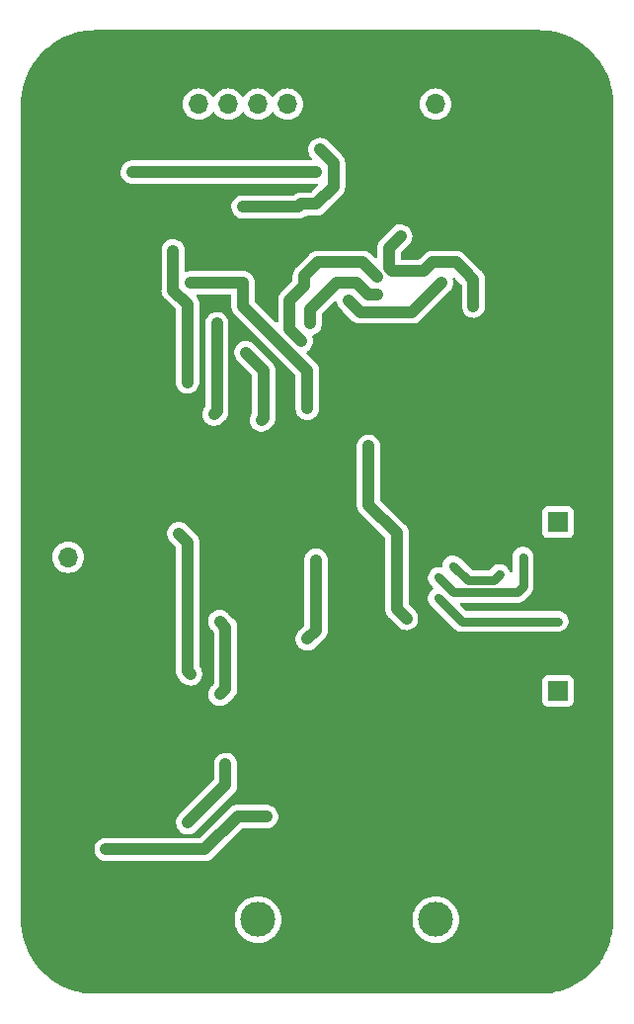
<source format=gbr>
%TF.GenerationSoftware,KiCad,Pcbnew,7.0.5*%
%TF.CreationDate,2023-09-19T19:20:32-07:00*%
%TF.ProjectId,LT3081LEDDriver,4c543330-3831-44c4-9544-447269766572,rev?*%
%TF.SameCoordinates,Original*%
%TF.FileFunction,Copper,L2,Bot*%
%TF.FilePolarity,Positive*%
%FSLAX46Y46*%
G04 Gerber Fmt 4.6, Leading zero omitted, Abs format (unit mm)*
G04 Created by KiCad (PCBNEW 7.0.5) date 2023-09-19 19:20:32*
%MOMM*%
%LPD*%
G01*
G04 APERTURE LIST*
%TA.AperFunction,ComponentPad*%
%ADD10R,1.700000X1.700000*%
%TD*%
%TA.AperFunction,ComponentPad*%
%ADD11O,1.700000X1.700000*%
%TD*%
%TA.AperFunction,ComponentPad*%
%ADD12R,3.000000X3.000000*%
%TD*%
%TA.AperFunction,ComponentPad*%
%ADD13C,3.000000*%
%TD*%
%TA.AperFunction,ComponentPad*%
%ADD14C,5.600000*%
%TD*%
%TA.AperFunction,ViaPad*%
%ADD15C,0.700000*%
%TD*%
%TA.AperFunction,ViaPad*%
%ADD16C,1.000000*%
%TD*%
%TA.AperFunction,Conductor*%
%ADD17C,1.000000*%
%TD*%
%TA.AperFunction,Conductor*%
%ADD18C,0.800000*%
%TD*%
G04 APERTURE END LIST*
D10*
%TO.P,J5,1,Pin_1*%
%TO.N,GND*%
X133350000Y-76200000D03*
D11*
%TO.P,J5,2,Pin_2*%
%TO.N,/I2CConnection/VI2C*%
X130810000Y-76200000D03*
%TO.P,J5,3,Pin_3*%
%TO.N,Net-(D2-A)*%
X128270000Y-76200000D03*
%TO.P,J5,4,Pin_4*%
%TO.N,Net-(D1-A)*%
X125730000Y-76200000D03*
%TO.P,J5,5,Pin_5*%
%TO.N,/HighSideGateDriver/TRIG*%
X123190000Y-76200000D03*
%TD*%
D12*
%TO.P,J11,1,Pin_1*%
%TO.N,GND*%
X123190000Y-146050000D03*
D13*
%TO.P,J11,2,Pin_2*%
%TO.N,Net-(J11-Pin_2)*%
X128270000Y-146050000D03*
%TD*%
D12*
%TO.P,J1,1,Pin_1*%
%TO.N,GND*%
X138430000Y-146050000D03*
D13*
%TO.P,J1,2,Pin_2*%
%TO.N,Net-(J1-Pin_2)*%
X143510000Y-146050000D03*
%TD*%
D14*
%TO.P,J6,1,Pin_1*%
%TO.N,GND*%
X114300000Y-76200000D03*
%TD*%
D10*
%TO.P,J2,1,Pin_1*%
%TO.N,Net-(J2-Pin_1)*%
X154000000Y-112000000D03*
D11*
%TO.P,J2,2,Pin_2*%
%TO.N,GND*%
X154000000Y-114540000D03*
%TD*%
D10*
%TO.P,J3,1,Pin_1*%
%TO.N,Net-(J3-Pin_1)*%
X154000000Y-126460000D03*
D11*
%TO.P,J3,2,Pin_2*%
%TO.N,GND*%
X154000000Y-129000000D03*
%TD*%
D10*
%TO.P,J4,1,Pin_1*%
%TO.N,GND*%
X112000000Y-117540000D03*
D11*
%TO.P,J4,2,Pin_2*%
%TO.N,/LT3081CurrentSupply/V_{LED}*%
X112000000Y-115000000D03*
%TD*%
D14*
%TO.P,J9,1,Pin_1*%
%TO.N,GND*%
X114300000Y-146050000D03*
%TD*%
D10*
%TO.P,J10,1,Pin_1*%
%TO.N,GND*%
X146050000Y-76200000D03*
D11*
%TO.P,J10,2,Pin_2*%
%TO.N,+5V*%
X143510000Y-76200000D03*
%TD*%
D14*
%TO.P,J8,1,Pin_1*%
%TO.N,GND*%
X152400000Y-146050000D03*
%TD*%
%TO.P,J7,1,Pin_1*%
%TO.N,GND*%
X152400000Y-76200000D03*
%TD*%
D15*
%TO.N,GND*%
X127500000Y-111500000D03*
X148750000Y-122000000D03*
X151500000Y-119000000D03*
X143000000Y-122000000D03*
X144750000Y-128000000D03*
X136000000Y-107750000D03*
X151500000Y-106250000D03*
X138250000Y-98000000D03*
X139750000Y-110000000D03*
X138750000Y-113750000D03*
X133875000Y-129125000D03*
X130500000Y-116500000D03*
X131250000Y-83500000D03*
X127250000Y-83500000D03*
X117500000Y-93750000D03*
X120500000Y-93750000D03*
X124000000Y-124750000D03*
X123750000Y-121500000D03*
X128000000Y-127250000D03*
X129000000Y-139750000D03*
X114750000Y-131500000D03*
X121250000Y-132250000D03*
D16*
%TO.N,+5V*%
X133250000Y-82000000D03*
X117500000Y-82000000D03*
X122500000Y-91500000D03*
X127000000Y-91500000D03*
X132500000Y-102250000D03*
X133250000Y-115250000D03*
X132500000Y-122000000D03*
X125000000Y-120500000D03*
X125000000Y-126750000D03*
D15*
X115250000Y-140037500D03*
X129000000Y-137200000D03*
%TO.N,/HighSideGateDriver/TRIG*%
X122250000Y-137750000D03*
X125500000Y-132750000D03*
%TO.N,GND*%
X127500000Y-89000000D03*
X128500000Y-134000000D03*
X123500000Y-79250000D03*
X120000000Y-79500000D03*
X123000000Y-104000000D03*
X141000000Y-133000000D03*
X138000000Y-86500000D03*
X151000000Y-110500000D03*
X133500000Y-97500000D03*
X120750000Y-97000000D03*
X144000000Y-85250000D03*
X125000000Y-116500000D03*
X147000000Y-95500000D03*
X119250000Y-87000000D03*
X116000000Y-98500000D03*
X131500000Y-136750000D03*
X141250000Y-95500000D03*
X120000000Y-103750000D03*
X135250000Y-115250000D03*
X131000000Y-103000000D03*
X136250000Y-121500000D03*
X122500000Y-87000000D03*
X127500000Y-108000000D03*
X132750000Y-87500000D03*
X136000000Y-124750000D03*
X115750000Y-84500000D03*
X120750000Y-118250000D03*
X127750000Y-79250000D03*
%TO.N,Net-(U1-Set)*%
X141000000Y-120250000D03*
X137750000Y-105500000D03*
%TO.N,Net-(J2-Pin_1)*%
X143750000Y-116750000D03*
X151000000Y-115000000D03*
%TO.N,+5V*%
X139750000Y-90500000D03*
X140500000Y-87500000D03*
X127500000Y-82000000D03*
X122500000Y-82000000D03*
X146750000Y-93500000D03*
%TO.N,Net-(U2-IN+)*%
X127250000Y-97500000D03*
X128575000Y-103250000D03*
%TO.N,/I2CConnection/VI2C*%
X132000000Y-84750000D03*
X127000000Y-85000000D03*
X133587500Y-80087500D03*
%TO.N,/HighSideGateDriver/TRIG*%
X121500000Y-113000000D03*
X122250000Y-100000000D03*
X121000000Y-88750000D03*
X122500000Y-125000000D03*
%TO.N,Net-(J3-Pin_1)*%
X143750000Y-118500000D03*
X154000000Y-120500000D03*
%TO.N,/DACx0501_DAC/SCL*%
X138500000Y-92500000D03*
X124750000Y-95000000D03*
X124500000Y-102750000D03*
X132750000Y-95000000D03*
%TO.N,/DACx0501_DAC/SDA*%
X132000000Y-96500000D03*
X132250000Y-90912500D03*
X138500000Y-91000000D03*
%TO.N,/LT3081CurrentSupply/V_{OUT}*%
X145000000Y-115750000D03*
X149000000Y-116500000D03*
%TO.N,Net-(U3-A0{slash}~{CS})*%
X144000000Y-91500000D03*
X136040000Y-93000000D03*
%TD*%
D17*
%TO.N,+5V*%
X133250000Y-121250000D02*
X132500000Y-122000000D01*
X133250000Y-115250000D02*
X133250000Y-121250000D01*
X126550000Y-137200000D02*
X123712500Y-140037500D01*
X123712500Y-140037500D02*
X115250000Y-140037500D01*
X129000000Y-137200000D02*
X126550000Y-137200000D01*
%TO.N,GND*%
X132500000Y-130500000D02*
X133875000Y-129125000D01*
X132000000Y-130500000D02*
X132500000Y-130500000D01*
X128500000Y-134000000D02*
X132000000Y-130500000D01*
%TO.N,/DACx0501_DAC/SDA*%
X137250000Y-89750000D02*
X138500000Y-91000000D01*
X133412500Y-89750000D02*
X137250000Y-89750000D01*
X132250000Y-90912500D02*
X133412500Y-89750000D01*
X132250000Y-91750000D02*
X131000000Y-93000000D01*
X131000000Y-93000000D02*
X131000000Y-95500000D01*
X132250000Y-90912500D02*
X132250000Y-91750000D01*
X131000000Y-95500000D02*
X132000000Y-96500000D01*
%TO.N,GND*%
X127750000Y-79250000D02*
X123500000Y-79250000D01*
X132250000Y-79000000D02*
X133350000Y-77900000D01*
X128000000Y-79000000D02*
X132250000Y-79000000D01*
X133350000Y-77900000D02*
X133350000Y-76200000D01*
X127750000Y-79250000D02*
X128000000Y-79000000D01*
%TO.N,/HighSideGateDriver/TRIG*%
X122250000Y-93375000D02*
X122250000Y-100000000D01*
X121000000Y-92125000D02*
X122250000Y-93375000D01*
X121000000Y-88750000D02*
X121000000Y-92125000D01*
%TO.N,+5V*%
X125500000Y-126250000D02*
X125000000Y-126750000D01*
X125000000Y-120500000D02*
X125500000Y-121000000D01*
X125500000Y-121000000D02*
X125500000Y-126250000D01*
X133250000Y-82000000D02*
X127500000Y-82000000D01*
%TO.N,/HighSideGateDriver/TRIG*%
X122250000Y-113750000D02*
X121500000Y-113000000D01*
X122250000Y-124750000D02*
X122250000Y-113750000D01*
X122500000Y-125000000D02*
X122250000Y-124750000D01*
X125500000Y-132750000D02*
X125500000Y-134500000D01*
X125500000Y-134500000D02*
X122250000Y-137750000D01*
%TO.N,GND*%
X138000000Y-86500000D02*
X136250000Y-86500000D01*
X118250000Y-87000000D02*
X115750000Y-84500000D01*
X120750000Y-97000000D02*
X117500000Y-97000000D01*
X128750000Y-134000000D02*
X131500000Y-136750000D01*
X120000000Y-79500000D02*
X123250000Y-79500000D01*
X136250000Y-124500000D02*
X136000000Y-124750000D01*
X124250000Y-108000000D02*
X120000000Y-103750000D01*
X128500000Y-134000000D02*
X128750000Y-134000000D01*
X135500000Y-95500000D02*
X133500000Y-97500000D01*
X138000000Y-86500000D02*
X139250000Y-85250000D01*
X132750000Y-87500000D02*
X129000000Y-87500000D01*
X119250000Y-87000000D02*
X118250000Y-87000000D01*
X135250000Y-87500000D02*
X132750000Y-87500000D01*
X129000000Y-87500000D02*
X127500000Y-89000000D01*
X117500000Y-97000000D02*
X116000000Y-98500000D01*
X123250000Y-79500000D02*
X123500000Y-79250000D01*
X136250000Y-86500000D02*
X135250000Y-87500000D01*
X136250000Y-121500000D02*
X136250000Y-124500000D01*
X124500000Y-89000000D02*
X122500000Y-87000000D01*
X141250000Y-95500000D02*
X147000000Y-95500000D01*
X127500000Y-89000000D02*
X124500000Y-89000000D01*
X127500000Y-108000000D02*
X124250000Y-108000000D01*
X122500000Y-87000000D02*
X119250000Y-87000000D01*
X141250000Y-95500000D02*
X135500000Y-95500000D01*
X139250000Y-85250000D02*
X144000000Y-85250000D01*
%TO.N,Net-(U1-Set)*%
X137750000Y-110500000D02*
X137750000Y-105500000D01*
X140200000Y-112950000D02*
X137750000Y-110500000D01*
X141000000Y-120250000D02*
X140200000Y-119450000D01*
X140200000Y-119450000D02*
X140200000Y-112950000D01*
D18*
%TO.N,Net-(J2-Pin_1)*%
X143750000Y-116750000D02*
X145000000Y-118000000D01*
X145000000Y-118000000D02*
X150500000Y-118000000D01*
X150500000Y-118000000D02*
X151000000Y-117500000D01*
X151000000Y-117500000D02*
X151000000Y-115000000D01*
D17*
%TO.N,+5V*%
X122500000Y-91500000D02*
X127000000Y-91500000D01*
X143250000Y-89750000D02*
X144250000Y-89750000D01*
X127000000Y-91500000D02*
X127000000Y-93500000D01*
X122500000Y-82000000D02*
X117500000Y-82000000D01*
X139500000Y-88500000D02*
X139500000Y-90250000D01*
X142500000Y-90500000D02*
X143250000Y-89750000D01*
X144250000Y-89750000D02*
X145250000Y-89750000D01*
X146000000Y-90500000D02*
X146750000Y-91250000D01*
X140500000Y-87500000D02*
X139500000Y-88500000D01*
X146750000Y-91250000D02*
X146750000Y-93500000D01*
X139500000Y-90250000D02*
X139750000Y-90500000D01*
X145250000Y-89750000D02*
X146000000Y-90500000D01*
X127000000Y-93500000D02*
X132500000Y-99000000D01*
X132500000Y-99000000D02*
X132500000Y-102250000D01*
X139750000Y-90500000D02*
X142500000Y-90500000D01*
X127500000Y-82000000D02*
X122500000Y-82000000D01*
%TO.N,Net-(U2-IN+)*%
X127250000Y-97500000D02*
X128750000Y-99000000D01*
X128750000Y-103075000D02*
X128575000Y-103250000D01*
X128750000Y-99000000D02*
X128750000Y-103075000D01*
%TO.N,/I2CConnection/VI2C*%
X132000000Y-84750000D02*
X133250000Y-84750000D01*
X133250000Y-84750000D02*
X134750000Y-83250000D01*
X127000000Y-85000000D02*
X131750000Y-85000000D01*
X134750000Y-81250000D02*
X133587500Y-80087500D01*
X134750000Y-83250000D02*
X134750000Y-81250000D01*
X131750000Y-85000000D02*
X132000000Y-84750000D01*
D18*
%TO.N,Net-(J3-Pin_1)*%
X145750000Y-120500000D02*
X154000000Y-120500000D01*
X143750000Y-118500000D02*
X145750000Y-120500000D01*
D17*
%TO.N,/DACx0501_DAC/SCL*%
X132750000Y-93750000D02*
X132750000Y-95000000D01*
X135000000Y-91500000D02*
X132750000Y-93750000D01*
X124750000Y-95000000D02*
X124750000Y-102500000D01*
X136750000Y-91500000D02*
X135000000Y-91500000D01*
X124750000Y-102500000D02*
X124500000Y-102750000D01*
X137750000Y-92500000D02*
X136750000Y-91500000D01*
X138500000Y-92500000D02*
X137750000Y-92500000D01*
D18*
%TO.N,/LT3081CurrentSupply/V_{OUT}*%
X145000000Y-115750000D02*
X146250000Y-117000000D01*
X146250000Y-117000000D02*
X148500000Y-117000000D01*
X148500000Y-117000000D02*
X149000000Y-116500000D01*
D17*
%TO.N,Net-(U3-A0{slash}~{CS})*%
X141500000Y-94000000D02*
X144000000Y-91500000D01*
X137040000Y-94000000D02*
X141500000Y-94000000D01*
X136040000Y-93000000D02*
X137040000Y-94000000D01*
%TD*%
%TA.AperFunction,Conductor*%
%TO.N,GND*%
G36*
X152401132Y-69850542D02*
G01*
X152667225Y-69860498D01*
X152877583Y-69868764D01*
X152882032Y-69869102D01*
X153135974Y-69897715D01*
X153361099Y-69924360D01*
X153365303Y-69925006D01*
X153613451Y-69971958D01*
X153838986Y-70016819D01*
X153842853Y-70017721D01*
X154085652Y-70082779D01*
X154308288Y-70145569D01*
X154311911Y-70146713D01*
X154548532Y-70229511D01*
X154766363Y-70309873D01*
X154769661Y-70311200D01*
X154998568Y-70411071D01*
X154999704Y-70411581D01*
X155210484Y-70508752D01*
X155213428Y-70510207D01*
X155434014Y-70626790D01*
X155435262Y-70627469D01*
X155638027Y-70741023D01*
X155640662Y-70742587D01*
X155846667Y-70872028D01*
X155851743Y-70875218D01*
X155853185Y-70876152D01*
X156046495Y-71005318D01*
X156048867Y-71006984D01*
X156249333Y-71154935D01*
X156250874Y-71156110D01*
X156433553Y-71300123D01*
X156435549Y-71301767D01*
X156624378Y-71464267D01*
X156626007Y-71465721D01*
X156796852Y-71623648D01*
X156798594Y-71625324D01*
X156974674Y-71801404D01*
X156976362Y-71803159D01*
X157134277Y-71973991D01*
X157135738Y-71975628D01*
X157298223Y-72164440D01*
X157299883Y-72166456D01*
X157443868Y-72349099D01*
X157445063Y-72350665D01*
X157593014Y-72551131D01*
X157594680Y-72553503D01*
X157723834Y-72746795D01*
X157724780Y-72748255D01*
X157857390Y-72959301D01*
X157858988Y-72961993D01*
X157972508Y-73164698D01*
X157973228Y-73166022D01*
X158089777Y-73386542D01*
X158091259Y-73389541D01*
X158188414Y-73600288D01*
X158188936Y-73601451D01*
X158288796Y-73830333D01*
X158290138Y-73833668D01*
X158370486Y-74051463D01*
X158453284Y-74288086D01*
X158454436Y-74291735D01*
X158517221Y-74514353D01*
X158582270Y-74757118D01*
X158583188Y-74761057D01*
X158628039Y-74986534D01*
X158674989Y-75234677D01*
X158675640Y-75238917D01*
X158702279Y-75463983D01*
X158730894Y-75717950D01*
X158731237Y-75722459D01*
X158739521Y-75933300D01*
X158749457Y-76198868D01*
X158749500Y-76201152D01*
X158749500Y-146048847D01*
X158749457Y-146051132D01*
X158740985Y-146277555D01*
X158739521Y-146316699D01*
X158731237Y-146527539D01*
X158730894Y-146532048D01*
X158702279Y-146786015D01*
X158675640Y-147011081D01*
X158674989Y-147015321D01*
X158628039Y-147263464D01*
X158583192Y-147488927D01*
X158582270Y-147492880D01*
X158517221Y-147735645D01*
X158454436Y-147958263D01*
X158453284Y-147961912D01*
X158370486Y-148198535D01*
X158290138Y-148416330D01*
X158288796Y-148419665D01*
X158188936Y-148648547D01*
X158188414Y-148649710D01*
X158091259Y-148860457D01*
X158089769Y-148863472D01*
X157973228Y-149083976D01*
X157972508Y-149085300D01*
X157858988Y-149288005D01*
X157857390Y-149290697D01*
X157724780Y-149501743D01*
X157723834Y-149503203D01*
X157594680Y-149696495D01*
X157593014Y-149698867D01*
X157445063Y-149899333D01*
X157443868Y-149900899D01*
X157299906Y-150083515D01*
X157298210Y-150085574D01*
X157135743Y-150274364D01*
X157134277Y-150276007D01*
X156976362Y-150446839D01*
X156974674Y-150448594D01*
X156798594Y-150624674D01*
X156796839Y-150626362D01*
X156626007Y-150784277D01*
X156624364Y-150785743D01*
X156435574Y-150948210D01*
X156433515Y-150949906D01*
X156250899Y-151093868D01*
X156249333Y-151095063D01*
X156048867Y-151243014D01*
X156046495Y-151244680D01*
X155853203Y-151373834D01*
X155851743Y-151374780D01*
X155640697Y-151507390D01*
X155638005Y-151508988D01*
X155435300Y-151622508D01*
X155433976Y-151623228D01*
X155213472Y-151739769D01*
X155210457Y-151741259D01*
X154999710Y-151838414D01*
X154998547Y-151838936D01*
X154769665Y-151938796D01*
X154766330Y-151940138D01*
X154548535Y-152020486D01*
X154311912Y-152103284D01*
X154308263Y-152104436D01*
X154085645Y-152167221D01*
X153842880Y-152232270D01*
X153838927Y-152233192D01*
X153613464Y-152278039D01*
X153365321Y-152324989D01*
X153361081Y-152325640D01*
X153136015Y-152352279D01*
X152882048Y-152380894D01*
X152877538Y-152381237D01*
X152666889Y-152389513D01*
X152503648Y-152395621D01*
X152401132Y-152399457D01*
X152398848Y-152399500D01*
X114301152Y-152399500D01*
X114298867Y-152399457D01*
X114191409Y-152395436D01*
X114033109Y-152389513D01*
X113822460Y-152381237D01*
X113817950Y-152380894D01*
X113563983Y-152352279D01*
X113338917Y-152325640D01*
X113334677Y-152324989D01*
X113086534Y-152278039D01*
X112861057Y-152233188D01*
X112857118Y-152232270D01*
X112614353Y-152167221D01*
X112391735Y-152104436D01*
X112388086Y-152103284D01*
X112151463Y-152020486D01*
X111933668Y-151940138D01*
X111930333Y-151938796D01*
X111701451Y-151838936D01*
X111700288Y-151838414D01*
X111489541Y-151741259D01*
X111486542Y-151739777D01*
X111351687Y-151668504D01*
X111266022Y-151623228D01*
X111264698Y-151622508D01*
X111061993Y-151508988D01*
X111059313Y-151507397D01*
X110937545Y-151430885D01*
X110848255Y-151374780D01*
X110846795Y-151373834D01*
X110653503Y-151244680D01*
X110651131Y-151243014D01*
X110450665Y-151095063D01*
X110449099Y-151093868D01*
X110266456Y-150949883D01*
X110264440Y-150948223D01*
X110075628Y-150785738D01*
X110073991Y-150784277D01*
X109903159Y-150626362D01*
X109901404Y-150624674D01*
X109725324Y-150448594D01*
X109723648Y-150446852D01*
X109565721Y-150276007D01*
X109564255Y-150274364D01*
X109401767Y-150085549D01*
X109400123Y-150083553D01*
X109256110Y-149900874D01*
X109254935Y-149899333D01*
X109106984Y-149698867D01*
X109105318Y-149696495D01*
X108976164Y-149503203D01*
X108975218Y-149501743D01*
X108972028Y-149496667D01*
X108842587Y-149290662D01*
X108841023Y-149288027D01*
X108727469Y-149085262D01*
X108726790Y-149084014D01*
X108610207Y-148863428D01*
X108608752Y-148860484D01*
X108511581Y-148649704D01*
X108511062Y-148648547D01*
X108411202Y-148419665D01*
X108409873Y-148416363D01*
X108329507Y-148198521D01*
X108246714Y-147961912D01*
X108245569Y-147958288D01*
X108182779Y-147735652D01*
X108117721Y-147492853D01*
X108116819Y-147488986D01*
X108071958Y-147263451D01*
X108025006Y-147015303D01*
X108024360Y-147011099D01*
X107997715Y-146785974D01*
X107969102Y-146532032D01*
X107968764Y-146527581D01*
X107960489Y-146316983D01*
X107950542Y-146051131D01*
X107950521Y-146050001D01*
X126264390Y-146050001D01*
X126284804Y-146335433D01*
X126345628Y-146615037D01*
X126345630Y-146615043D01*
X126345631Y-146615046D01*
X126445633Y-146883161D01*
X126445635Y-146883166D01*
X126582770Y-147134309D01*
X126582775Y-147134317D01*
X126754254Y-147363387D01*
X126754270Y-147363405D01*
X126956594Y-147565729D01*
X126956612Y-147565745D01*
X127185682Y-147737224D01*
X127185690Y-147737229D01*
X127436833Y-147874364D01*
X127436832Y-147874364D01*
X127436836Y-147874365D01*
X127436839Y-147874367D01*
X127704954Y-147974369D01*
X127704960Y-147974370D01*
X127704962Y-147974371D01*
X127984566Y-148035195D01*
X127984568Y-148035195D01*
X127984572Y-148035196D01*
X128238220Y-148053337D01*
X128269999Y-148055610D01*
X128270000Y-148055610D01*
X128270001Y-148055610D01*
X128298595Y-148053564D01*
X128555428Y-148035196D01*
X128835046Y-147974369D01*
X129103161Y-147874367D01*
X129354315Y-147737226D01*
X129583395Y-147565739D01*
X129785739Y-147363395D01*
X129957226Y-147134315D01*
X130094367Y-146883161D01*
X130194369Y-146615046D01*
X130255196Y-146335428D01*
X130275610Y-146050001D01*
X141504390Y-146050001D01*
X141524804Y-146335433D01*
X141585628Y-146615037D01*
X141585630Y-146615043D01*
X141585631Y-146615046D01*
X141685633Y-146883161D01*
X141685635Y-146883166D01*
X141822770Y-147134309D01*
X141822775Y-147134317D01*
X141994254Y-147363387D01*
X141994270Y-147363405D01*
X142196594Y-147565729D01*
X142196612Y-147565745D01*
X142425682Y-147737224D01*
X142425690Y-147737229D01*
X142676833Y-147874364D01*
X142676832Y-147874364D01*
X142676836Y-147874365D01*
X142676839Y-147874367D01*
X142944954Y-147974369D01*
X142944960Y-147974370D01*
X142944962Y-147974371D01*
X143224566Y-148035195D01*
X143224568Y-148035195D01*
X143224572Y-148035196D01*
X143478220Y-148053337D01*
X143509999Y-148055610D01*
X143510000Y-148055610D01*
X143510001Y-148055610D01*
X143538595Y-148053564D01*
X143795428Y-148035196D01*
X144075046Y-147974369D01*
X144343161Y-147874367D01*
X144594315Y-147737226D01*
X144823395Y-147565739D01*
X145025739Y-147363395D01*
X145197226Y-147134315D01*
X145334367Y-146883161D01*
X145434369Y-146615046D01*
X145495196Y-146335428D01*
X145515610Y-146050000D01*
X145495196Y-145764572D01*
X145434369Y-145484954D01*
X145334367Y-145216839D01*
X145197226Y-144965685D01*
X145197224Y-144965682D01*
X145025745Y-144736612D01*
X145025729Y-144736594D01*
X144823405Y-144534270D01*
X144823387Y-144534254D01*
X144594317Y-144362775D01*
X144594309Y-144362770D01*
X144343166Y-144225635D01*
X144343167Y-144225635D01*
X144235915Y-144185632D01*
X144075046Y-144125631D01*
X144075043Y-144125630D01*
X144075037Y-144125628D01*
X143795433Y-144064804D01*
X143510001Y-144044390D01*
X143509999Y-144044390D01*
X143224566Y-144064804D01*
X142944962Y-144125628D01*
X142676833Y-144225635D01*
X142425690Y-144362770D01*
X142425682Y-144362775D01*
X142196612Y-144534254D01*
X142196594Y-144534270D01*
X141994270Y-144736594D01*
X141994254Y-144736612D01*
X141822775Y-144965682D01*
X141822770Y-144965690D01*
X141685635Y-145216833D01*
X141585628Y-145484962D01*
X141524804Y-145764566D01*
X141504390Y-146049998D01*
X141504390Y-146050001D01*
X130275610Y-146050001D01*
X130275610Y-146050000D01*
X130255196Y-145764572D01*
X130194369Y-145484954D01*
X130094367Y-145216839D01*
X129957226Y-144965685D01*
X129957224Y-144965682D01*
X129785745Y-144736612D01*
X129785729Y-144736594D01*
X129583405Y-144534270D01*
X129583387Y-144534254D01*
X129354317Y-144362775D01*
X129354309Y-144362770D01*
X129103166Y-144225635D01*
X129103167Y-144225635D01*
X128995914Y-144185632D01*
X128835046Y-144125631D01*
X128835043Y-144125630D01*
X128835037Y-144125628D01*
X128555433Y-144064804D01*
X128270001Y-144044390D01*
X128269999Y-144044390D01*
X127984566Y-144064804D01*
X127704962Y-144125628D01*
X127436833Y-144225635D01*
X127185690Y-144362770D01*
X127185682Y-144362775D01*
X126956612Y-144534254D01*
X126956594Y-144534270D01*
X126754270Y-144736594D01*
X126754254Y-144736612D01*
X126582775Y-144965682D01*
X126582770Y-144965690D01*
X126445635Y-145216833D01*
X126345628Y-145484962D01*
X126284804Y-145764566D01*
X126264390Y-146049998D01*
X126264390Y-146050001D01*
X107950521Y-146050001D01*
X107950500Y-146048848D01*
X107950500Y-140088436D01*
X114245631Y-140088436D01*
X114276442Y-140289563D01*
X114276445Y-140289575D01*
X114347111Y-140480381D01*
X114347115Y-140480388D01*
X114454745Y-140653067D01*
X114454747Y-140653069D01*
X114454748Y-140653071D01*
X114594941Y-140800553D01*
X114723344Y-140889924D01*
X114761949Y-140916794D01*
X114761950Y-140916794D01*
X114761951Y-140916795D01*
X114948942Y-140997040D01*
X115148259Y-141038000D01*
X123699007Y-141038000D01*
X123700569Y-141038019D01*
X123737783Y-141038962D01*
X123788858Y-141040257D01*
X123788858Y-141040256D01*
X123788863Y-141040257D01*
X123849253Y-141029432D01*
X123853912Y-141028780D01*
X123896107Y-141024488D01*
X123914938Y-141022574D01*
X123947727Y-141012286D01*
X123955340Y-141010418D01*
X123989153Y-141004358D01*
X124046121Y-140981601D01*
X124050553Y-140980024D01*
X124109088Y-140961659D01*
X124139127Y-140944984D01*
X124146208Y-140941622D01*
X124178117Y-140928877D01*
X124229354Y-140895108D01*
X124233351Y-140892687D01*
X124287002Y-140862909D01*
X124313068Y-140840530D01*
X124319343Y-140835800D01*
X124348019Y-140816902D01*
X124391392Y-140773527D01*
X124394850Y-140770323D01*
X124398113Y-140767520D01*
X124441395Y-140730366D01*
X124462428Y-140703191D01*
X124467598Y-140697321D01*
X126928101Y-138236818D01*
X126989424Y-138203334D01*
X127015782Y-138200500D01*
X129050743Y-138200500D01*
X129202439Y-138185074D01*
X129396579Y-138124162D01*
X129396580Y-138124161D01*
X129396588Y-138124159D01*
X129574502Y-138025409D01*
X129728895Y-137892866D01*
X129853448Y-137731958D01*
X129943060Y-137549271D01*
X129994063Y-137352285D01*
X130004369Y-137149064D01*
X129973556Y-136947929D01*
X129902886Y-136757113D01*
X129795252Y-136584429D01*
X129655059Y-136436947D01*
X129522699Y-136344822D01*
X129488050Y-136320705D01*
X129301056Y-136240459D01*
X129101741Y-136199500D01*
X126563493Y-136199500D01*
X126561930Y-136199480D01*
X126473637Y-136197243D01*
X126473628Y-136197243D01*
X126420636Y-136206741D01*
X126413254Y-136208064D01*
X126408595Y-136208718D01*
X126347564Y-136214925D01*
X126347562Y-136214926D01*
X126314780Y-136225210D01*
X126307156Y-136227081D01*
X126299308Y-136228488D01*
X126273349Y-136233141D01*
X126216381Y-136255895D01*
X126211945Y-136257474D01*
X126153414Y-136275840D01*
X126153410Y-136275842D01*
X126123378Y-136292510D01*
X126116284Y-136295879D01*
X126084382Y-136308623D01*
X126084377Y-136308625D01*
X126033156Y-136342381D01*
X126029128Y-136344822D01*
X125975501Y-136374588D01*
X125949434Y-136396965D01*
X125943165Y-136401692D01*
X125914484Y-136420595D01*
X125914478Y-136420600D01*
X125871109Y-136463968D01*
X125867655Y-136467169D01*
X125821102Y-136507136D01*
X125821101Y-136507137D01*
X125800077Y-136534298D01*
X125794885Y-136540193D01*
X123334399Y-139000681D01*
X123273076Y-139034166D01*
X123246718Y-139037000D01*
X115199257Y-139037000D01*
X115047560Y-139052425D01*
X114853420Y-139113337D01*
X114853405Y-139113344D01*
X114675500Y-139212089D01*
X114675495Y-139212092D01*
X114521106Y-139344632D01*
X114521104Y-139344634D01*
X114396554Y-139505537D01*
X114396553Y-139505540D01*
X114306940Y-139688228D01*
X114255937Y-139885214D01*
X114245631Y-140088436D01*
X107950500Y-140088436D01*
X107950500Y-137775477D01*
X121244662Y-137775477D01*
X121270368Y-137977321D01*
X121270370Y-137977329D01*
X121336183Y-138169870D01*
X121336189Y-138169882D01*
X121439406Y-138345221D01*
X121439411Y-138345228D01*
X121575820Y-138496212D01*
X121739828Y-138616646D01*
X121739832Y-138616648D01*
X121739833Y-138616649D01*
X121924732Y-138701605D01*
X121990456Y-138716857D01*
X122122945Y-138747603D01*
X122326358Y-138752757D01*
X122326358Y-138752756D01*
X122326363Y-138752757D01*
X122505853Y-138720586D01*
X122526648Y-138716859D01*
X122526648Y-138716858D01*
X122526653Y-138716858D01*
X122715617Y-138641377D01*
X122885519Y-138529402D01*
X126197981Y-135216937D01*
X126198994Y-135215950D01*
X126263053Y-135155059D01*
X126298099Y-135104706D01*
X126300938Y-135100941D01*
X126304612Y-135096435D01*
X126339698Y-135053407D01*
X126355601Y-135022960D01*
X126359674Y-135016239D01*
X126364489Y-135009320D01*
X126379295Y-134988049D01*
X126403492Y-134931660D01*
X126405498Y-134927435D01*
X126433909Y-134873049D01*
X126443360Y-134840015D01*
X126445991Y-134832628D01*
X126459540Y-134801058D01*
X126471893Y-134740940D01*
X126473006Y-134736412D01*
X126489887Y-134677418D01*
X126492495Y-134643155D01*
X126493587Y-134635376D01*
X126500500Y-134601739D01*
X126500500Y-134540401D01*
X126500679Y-134535692D01*
X126505337Y-134474526D01*
X126500997Y-134440442D01*
X126500500Y-134432603D01*
X126500500Y-132699256D01*
X126485074Y-132547560D01*
X126424162Y-132353420D01*
X126424160Y-132353416D01*
X126424159Y-132353412D01*
X126325409Y-132175498D01*
X126325408Y-132175497D01*
X126325407Y-132175495D01*
X126192867Y-132021106D01*
X126192865Y-132021104D01*
X126031962Y-131896554D01*
X126031959Y-131896553D01*
X126031958Y-131896552D01*
X125849271Y-131806940D01*
X125652285Y-131755937D01*
X125652287Y-131755937D01*
X125516804Y-131749066D01*
X125449064Y-131745631D01*
X125449063Y-131745631D01*
X125449061Y-131745631D01*
X125247936Y-131776442D01*
X125247924Y-131776445D01*
X125057118Y-131847111D01*
X125057111Y-131847115D01*
X124884432Y-131954745D01*
X124884427Y-131954749D01*
X124736949Y-132094938D01*
X124736948Y-132094940D01*
X124620705Y-132261949D01*
X124540459Y-132448943D01*
X124499500Y-132648258D01*
X124499500Y-134034217D01*
X124479815Y-134101256D01*
X124463181Y-134121898D01*
X121506662Y-137078417D01*
X121449058Y-137149063D01*
X121410302Y-137196593D01*
X121316091Y-137376951D01*
X121316090Y-137376953D01*
X121260112Y-137572584D01*
X121244662Y-137775474D01*
X121244662Y-137775477D01*
X107950500Y-137775477D01*
X107950500Y-126750005D01*
X123994659Y-126750005D01*
X123994694Y-126750361D01*
X123994933Y-126771923D01*
X123994662Y-126775472D01*
X124005604Y-126861393D01*
X124005802Y-126863148D01*
X124013975Y-126946130D01*
X124013977Y-126946137D01*
X124015125Y-126949923D01*
X124019463Y-126970220D01*
X124020368Y-126977324D01*
X124020369Y-126977329D01*
X124047297Y-127056110D01*
X124047960Y-127058164D01*
X124071186Y-127134728D01*
X124071188Y-127134733D01*
X124074735Y-127141369D01*
X124082708Y-127159705D01*
X124086184Y-127169872D01*
X124126700Y-127238699D01*
X124127949Y-127240924D01*
X124164091Y-127308539D01*
X124164092Y-127308540D01*
X124171143Y-127317133D01*
X124182143Y-127332884D01*
X124189409Y-127345226D01*
X124240695Y-127401991D01*
X124242609Y-127404213D01*
X124259721Y-127425064D01*
X124289118Y-127460884D01*
X124300473Y-127470203D01*
X124313815Y-127482926D01*
X124325816Y-127496209D01*
X124325820Y-127496212D01*
X124325821Y-127496213D01*
X124384774Y-127539503D01*
X124387402Y-127541544D01*
X124441460Y-127585909D01*
X124457583Y-127594527D01*
X124472519Y-127603936D01*
X124489831Y-127616648D01*
X124489832Y-127616648D01*
X124489833Y-127616649D01*
X124553230Y-127645778D01*
X124556556Y-127647430D01*
X124588338Y-127664417D01*
X124615273Y-127678814D01*
X124634117Y-127684530D01*
X124640231Y-127686385D01*
X124648127Y-127689380D01*
X124674732Y-127701605D01*
X124739421Y-127716616D01*
X124743366Y-127717670D01*
X124803868Y-127736024D01*
X124833194Y-127738912D01*
X124841115Y-127740216D01*
X124872946Y-127747603D01*
X124872941Y-127747603D01*
X124883740Y-127747876D01*
X124935978Y-127749200D01*
X124940470Y-127749477D01*
X125000000Y-127755341D01*
X125032676Y-127752121D01*
X125040328Y-127751843D01*
X125071136Y-127752624D01*
X125076360Y-127752757D01*
X125076360Y-127752756D01*
X125076363Y-127752757D01*
X125135100Y-127742229D01*
X125139948Y-127741557D01*
X125196132Y-127736024D01*
X125230808Y-127725504D01*
X125237836Y-127723814D01*
X125276653Y-127716858D01*
X125295143Y-127709471D01*
X125328928Y-127695977D01*
X125333932Y-127694222D01*
X125384727Y-127678814D01*
X125419653Y-127660145D01*
X125425856Y-127657258D01*
X125465617Y-127641377D01*
X125509825Y-127612239D01*
X125514678Y-127609352D01*
X125558538Y-127585910D01*
X125591764Y-127558640D01*
X125596957Y-127554815D01*
X125635519Y-127529402D01*
X125670562Y-127494357D01*
X125675063Y-127490279D01*
X125699526Y-127470203D01*
X125710883Y-127460883D01*
X125740279Y-127425062D01*
X125744357Y-127420562D01*
X125807049Y-127357870D01*
X152649500Y-127357870D01*
X152649501Y-127357876D01*
X152655908Y-127417483D01*
X152706202Y-127552328D01*
X152706206Y-127552335D01*
X152792452Y-127667544D01*
X152792455Y-127667547D01*
X152907664Y-127753793D01*
X152907671Y-127753797D01*
X153042517Y-127804091D01*
X153042516Y-127804091D01*
X153049444Y-127804835D01*
X153102127Y-127810500D01*
X154897872Y-127810499D01*
X154957483Y-127804091D01*
X155092331Y-127753796D01*
X155207546Y-127667546D01*
X155293796Y-127552331D01*
X155344091Y-127417483D01*
X155350500Y-127357873D01*
X155350499Y-125562128D01*
X155344091Y-125502517D01*
X155335279Y-125478892D01*
X155293797Y-125367671D01*
X155293793Y-125367664D01*
X155207547Y-125252455D01*
X155207544Y-125252452D01*
X155092335Y-125166206D01*
X155092328Y-125166202D01*
X154957482Y-125115908D01*
X154957483Y-125115908D01*
X154897883Y-125109501D01*
X154897881Y-125109500D01*
X154897873Y-125109500D01*
X154897864Y-125109500D01*
X153102129Y-125109500D01*
X153102123Y-125109501D01*
X153042516Y-125115908D01*
X152907671Y-125166202D01*
X152907664Y-125166206D01*
X152792455Y-125252452D01*
X152792452Y-125252455D01*
X152706206Y-125367664D01*
X152706202Y-125367671D01*
X152655908Y-125502517D01*
X152649501Y-125562116D01*
X152649501Y-125562123D01*
X152649500Y-125562135D01*
X152649500Y-127357870D01*
X125807049Y-127357870D01*
X126198001Y-126966918D01*
X126199014Y-126965931D01*
X126263053Y-126905059D01*
X126298112Y-126854686D01*
X126300925Y-126850957D01*
X126339698Y-126803407D01*
X126355607Y-126772948D01*
X126359667Y-126766248D01*
X126379295Y-126738049D01*
X126403492Y-126681660D01*
X126405498Y-126677435D01*
X126433909Y-126623049D01*
X126443360Y-126590015D01*
X126445991Y-126582628D01*
X126459540Y-126551058D01*
X126471893Y-126490940D01*
X126473006Y-126486412D01*
X126489887Y-126427418D01*
X126492495Y-126393155D01*
X126493585Y-126385385D01*
X126500500Y-126351741D01*
X126500499Y-126290403D01*
X126500678Y-126285693D01*
X126500918Y-126282546D01*
X126505337Y-126224523D01*
X126500997Y-126190441D01*
X126500500Y-126182602D01*
X126500500Y-122000005D01*
X131494659Y-122000005D01*
X131494694Y-122000361D01*
X131494933Y-122021923D01*
X131494662Y-122025472D01*
X131505604Y-122111393D01*
X131505802Y-122113148D01*
X131513975Y-122196130D01*
X131513977Y-122196137D01*
X131515125Y-122199923D01*
X131519463Y-122220220D01*
X131520368Y-122227324D01*
X131520369Y-122227329D01*
X131547297Y-122306110D01*
X131547960Y-122308164D01*
X131571186Y-122384728D01*
X131571188Y-122384733D01*
X131574735Y-122391369D01*
X131582708Y-122409705D01*
X131586184Y-122419872D01*
X131626700Y-122488699D01*
X131627949Y-122490924D01*
X131664091Y-122558539D01*
X131664092Y-122558540D01*
X131671143Y-122567133D01*
X131682143Y-122582884D01*
X131689409Y-122595226D01*
X131740695Y-122651991D01*
X131742609Y-122654213D01*
X131759720Y-122675062D01*
X131789118Y-122710884D01*
X131800473Y-122720203D01*
X131813815Y-122732926D01*
X131825816Y-122746209D01*
X131825820Y-122746212D01*
X131825821Y-122746213D01*
X131884774Y-122789503D01*
X131887402Y-122791544D01*
X131941460Y-122835909D01*
X131957583Y-122844527D01*
X131972519Y-122853936D01*
X131989831Y-122866648D01*
X131989832Y-122866648D01*
X131989833Y-122866649D01*
X132053230Y-122895778D01*
X132056556Y-122897430D01*
X132088338Y-122914417D01*
X132115273Y-122928814D01*
X132134117Y-122934530D01*
X132140231Y-122936385D01*
X132148127Y-122939380D01*
X132174732Y-122951605D01*
X132239421Y-122966616D01*
X132243366Y-122967670D01*
X132303868Y-122986024D01*
X132333194Y-122988912D01*
X132341115Y-122990216D01*
X132372946Y-122997603D01*
X132372941Y-122997603D01*
X132383740Y-122997876D01*
X132435978Y-122999200D01*
X132440470Y-122999477D01*
X132500000Y-123005341D01*
X132532676Y-123002121D01*
X132540328Y-123001843D01*
X132571136Y-123002624D01*
X132576360Y-123002757D01*
X132576360Y-123002756D01*
X132576363Y-123002757D01*
X132635100Y-122992229D01*
X132639948Y-122991557D01*
X132696132Y-122986024D01*
X132730808Y-122975504D01*
X132737836Y-122973814D01*
X132776653Y-122966858D01*
X132795143Y-122959471D01*
X132828928Y-122945977D01*
X132833932Y-122944222D01*
X132884727Y-122928814D01*
X132919653Y-122910145D01*
X132925856Y-122907258D01*
X132965617Y-122891377D01*
X133009825Y-122862239D01*
X133014678Y-122859352D01*
X133058538Y-122835910D01*
X133091764Y-122808640D01*
X133096957Y-122804815D01*
X133135519Y-122779402D01*
X133170562Y-122744357D01*
X133175063Y-122740279D01*
X133175272Y-122740107D01*
X133210883Y-122710883D01*
X133240289Y-122675050D01*
X133244358Y-122670561D01*
X133947982Y-121966936D01*
X133948995Y-121965949D01*
X134013053Y-121905059D01*
X134048099Y-121854706D01*
X134050938Y-121850941D01*
X134054612Y-121846435D01*
X134089698Y-121803407D01*
X134105601Y-121772960D01*
X134109674Y-121766239D01*
X134114489Y-121759320D01*
X134129295Y-121738049D01*
X134153492Y-121681660D01*
X134155498Y-121677435D01*
X134183909Y-121623049D01*
X134193357Y-121590022D01*
X134195988Y-121582633D01*
X134209540Y-121551058D01*
X134221895Y-121490930D01*
X134222999Y-121486429D01*
X134239886Y-121427418D01*
X134242494Y-121393157D01*
X134243585Y-121385389D01*
X134250500Y-121351743D01*
X134250500Y-121290398D01*
X134250679Y-121285688D01*
X134255337Y-121224524D01*
X134250997Y-121190442D01*
X134250500Y-121182603D01*
X134250500Y-115302200D01*
X134250799Y-115296119D01*
X134251871Y-115285230D01*
X134255341Y-115250000D01*
X134250806Y-115203961D01*
X134250589Y-115201034D01*
X134250500Y-115199283D01*
X134250500Y-115199258D01*
X134245525Y-115150336D01*
X134236024Y-115053868D01*
X134236022Y-115053863D01*
X134236022Y-115053858D01*
X134235967Y-115053579D01*
X134235093Y-115047751D01*
X134235074Y-115047562D01*
X134206034Y-114955007D01*
X134178814Y-114865273D01*
X134178810Y-114865266D01*
X134176021Y-114858532D01*
X134174174Y-114853448D01*
X134174160Y-114853417D01*
X134174159Y-114853412D01*
X134128612Y-114771351D01*
X134125001Y-114764596D01*
X134085913Y-114691468D01*
X134085910Y-114691462D01*
X134085904Y-114691455D01*
X134082527Y-114686400D01*
X134082729Y-114686264D01*
X134075522Y-114675661D01*
X134075411Y-114675501D01*
X134075410Y-114675499D01*
X134075409Y-114675498D01*
X134060030Y-114657584D01*
X134016773Y-114607194D01*
X134015890Y-114606142D01*
X133981714Y-114564500D01*
X133960883Y-114539117D01*
X133960880Y-114539114D01*
X133960878Y-114539112D01*
X133960606Y-114538889D01*
X133945185Y-114523806D01*
X133942866Y-114521104D01*
X133942864Y-114521103D01*
X133874358Y-114468075D01*
X133872977Y-114466974D01*
X133808539Y-114414090D01*
X133808536Y-114414089D01*
X133805064Y-114412233D01*
X133787607Y-114400925D01*
X133781959Y-114396553D01*
X133781958Y-114396552D01*
X133751133Y-114381432D01*
X133707220Y-114359891D01*
X133705298Y-114358907D01*
X133634723Y-114321184D01*
X133627521Y-114319000D01*
X133608909Y-114311667D01*
X133604427Y-114309469D01*
X133599270Y-114306939D01*
X133558731Y-114296443D01*
X133521922Y-114286912D01*
X133519496Y-114286230D01*
X133446132Y-114263976D01*
X133435054Y-114262884D01*
X133416149Y-114259526D01*
X133402285Y-114255937D01*
X133325875Y-114252060D01*
X133322941Y-114251841D01*
X133250003Y-114244659D01*
X133249996Y-114244659D01*
X133235369Y-114246099D01*
X133216945Y-114246537D01*
X133199068Y-114245631D01*
X133199058Y-114245631D01*
X133126784Y-114256703D01*
X133123474Y-114257119D01*
X133053872Y-114263975D01*
X133053866Y-114263976D01*
X133036367Y-114269284D01*
X133019163Y-114273190D01*
X132997932Y-114276443D01*
X132997921Y-114276446D01*
X132932510Y-114300672D01*
X132928975Y-114301862D01*
X132865276Y-114321184D01*
X132865272Y-114321186D01*
X132842275Y-114333478D01*
X132834576Y-114336942D01*
X132807113Y-114347114D01*
X132807109Y-114347116D01*
X132750751Y-114382243D01*
X132747195Y-114384298D01*
X132716091Y-114400925D01*
X132691467Y-114414087D01*
X132691454Y-114414095D01*
X132674737Y-114427815D01*
X132668689Y-114432777D01*
X132662154Y-114437466D01*
X132634429Y-114454747D01*
X132634427Y-114454749D01*
X132588732Y-114498184D01*
X132585349Y-114501173D01*
X132539114Y-114539118D01*
X132518282Y-114564500D01*
X132513071Y-114570105D01*
X132486947Y-114594939D01*
X132452866Y-114643905D01*
X132449905Y-114647818D01*
X132414092Y-114691457D01*
X132414089Y-114691463D01*
X132397018Y-114723399D01*
X132393225Y-114729593D01*
X132370706Y-114761948D01*
X132370705Y-114761950D01*
X132348504Y-114813680D01*
X132346209Y-114818456D01*
X132321186Y-114865272D01*
X132321184Y-114865276D01*
X132313458Y-114890746D01*
X132309692Y-114903159D01*
X132307339Y-114909607D01*
X132290461Y-114948937D01*
X132279806Y-115000778D01*
X132278406Y-115006294D01*
X132263975Y-115053870D01*
X132259763Y-115096632D01*
X132258792Y-115103038D01*
X132249500Y-115148257D01*
X132249500Y-115197798D01*
X132249201Y-115203878D01*
X132244659Y-115249999D01*
X132249201Y-115296119D01*
X132249500Y-115302200D01*
X132249500Y-120784217D01*
X132229815Y-120851256D01*
X132213181Y-120871898D01*
X131829449Y-121255629D01*
X131824940Y-121259716D01*
X131789115Y-121289118D01*
X131759794Y-121324845D01*
X131757886Y-121327062D01*
X131756651Y-121328429D01*
X131737642Y-121351743D01*
X131728222Y-121363296D01*
X131725566Y-121366553D01*
X131664080Y-121441472D01*
X131663912Y-121441725D01*
X131660441Y-121446421D01*
X131660309Y-121446582D01*
X131660299Y-121446597D01*
X131615402Y-121532546D01*
X131571182Y-121615279D01*
X131568382Y-121622038D01*
X131566115Y-121626891D01*
X131566089Y-121626957D01*
X131540286Y-121717132D01*
X131513974Y-121803871D01*
X131512788Y-121809837D01*
X131512552Y-121809790D01*
X131510125Y-121822514D01*
X131510112Y-121822587D01*
X131503280Y-121912306D01*
X131503160Y-121913674D01*
X131494659Y-121999998D01*
X131494659Y-122000005D01*
X126500500Y-122000005D01*
X126500500Y-121013491D01*
X126500520Y-121011921D01*
X126502757Y-120923641D01*
X126502756Y-120923640D01*
X126502757Y-120923637D01*
X126491933Y-120863249D01*
X126491280Y-120858587D01*
X126485074Y-120797563D01*
X126485074Y-120797562D01*
X126474784Y-120764768D01*
X126472917Y-120757155D01*
X126466858Y-120723348D01*
X126455987Y-120696132D01*
X126444095Y-120666361D01*
X126442527Y-120661955D01*
X126433367Y-120632760D01*
X126424161Y-120603416D01*
X126424160Y-120603414D01*
X126407492Y-120573385D01*
X126404124Y-120566295D01*
X126391378Y-120534383D01*
X126357612Y-120483150D01*
X126355183Y-120479142D01*
X126325409Y-120425498D01*
X126303034Y-120399434D01*
X126298306Y-120393163D01*
X126279404Y-120364484D01*
X126279399Y-120364478D01*
X126248101Y-120333181D01*
X126236019Y-120321099D01*
X126232828Y-120317655D01*
X126192865Y-120271104D01*
X126165694Y-120250072D01*
X126159807Y-120244887D01*
X125744361Y-119829441D01*
X125740282Y-119824940D01*
X125710885Y-119789119D01*
X125709584Y-119788051D01*
X125675124Y-119759770D01*
X125672907Y-119757860D01*
X125671573Y-119756654D01*
X125633361Y-119725496D01*
X125558532Y-119664085D01*
X125558298Y-119663929D01*
X125553573Y-119660436D01*
X125553415Y-119660307D01*
X125553409Y-119660303D01*
X125467382Y-119615365D01*
X125422553Y-119591404D01*
X125384729Y-119571186D01*
X125377967Y-119568385D01*
X125373093Y-119566108D01*
X125373045Y-119566089D01*
X125282784Y-119540262D01*
X125196140Y-119513978D01*
X125196135Y-119513977D01*
X125196132Y-119513976D01*
X125196127Y-119513975D01*
X125190164Y-119512789D01*
X125190210Y-119512553D01*
X125177479Y-119510124D01*
X125177414Y-119510112D01*
X125095085Y-119503843D01*
X125087686Y-119503279D01*
X125086324Y-119503160D01*
X125000001Y-119494659D01*
X125000000Y-119494659D01*
X124999634Y-119494695D01*
X124978075Y-119494933D01*
X124974526Y-119494662D01*
X124888604Y-119505604D01*
X124886850Y-119505802D01*
X124803869Y-119513975D01*
X124803861Y-119513977D01*
X124800076Y-119515125D01*
X124779787Y-119519462D01*
X124772677Y-119520368D01*
X124772664Y-119520371D01*
X124693904Y-119547292D01*
X124691851Y-119547954D01*
X124615271Y-119571186D01*
X124615265Y-119571189D01*
X124608615Y-119574743D01*
X124590298Y-119582706D01*
X124580133Y-119586181D01*
X124580127Y-119586184D01*
X124511298Y-119626700D01*
X124509075Y-119627948D01*
X124441467Y-119664085D01*
X124441462Y-119664089D01*
X124432860Y-119671148D01*
X124417115Y-119682143D01*
X124404776Y-119689407D01*
X124348006Y-119740696D01*
X124345775Y-119742617D01*
X124289113Y-119789120D01*
X124279789Y-119800481D01*
X124267074Y-119813815D01*
X124253791Y-119825816D01*
X124253788Y-119825819D01*
X124210496Y-119884773D01*
X124208450Y-119887407D01*
X124164094Y-119941456D01*
X124164092Y-119941459D01*
X124155469Y-119957590D01*
X124146064Y-119972518D01*
X124145456Y-119973347D01*
X124133352Y-119989830D01*
X124104216Y-120053237D01*
X124102559Y-120056575D01*
X124071184Y-120115277D01*
X124063614Y-120140229D01*
X124060621Y-120148120D01*
X124048396Y-120174729D01*
X124048393Y-120174737D01*
X124033383Y-120239415D01*
X124032318Y-120243396D01*
X124013978Y-120303857D01*
X124013975Y-120303872D01*
X124011088Y-120333181D01*
X124009781Y-120341122D01*
X124002396Y-120372945D01*
X124002396Y-120372947D01*
X124000799Y-120435968D01*
X124000520Y-120440474D01*
X123994659Y-120499997D01*
X123994659Y-120500004D01*
X123997876Y-120532677D01*
X123998155Y-120540328D01*
X123997243Y-120576360D01*
X123997243Y-120576372D01*
X124007766Y-120635081D01*
X124008440Y-120639942D01*
X124013975Y-120696129D01*
X124013976Y-120696132D01*
X124024489Y-120730791D01*
X124026188Y-120737856D01*
X124033140Y-120776648D01*
X124033141Y-120776651D01*
X124054021Y-120828923D01*
X124055772Y-120833916D01*
X124063256Y-120858587D01*
X124071186Y-120884728D01*
X124089849Y-120919646D01*
X124092748Y-120925877D01*
X124108622Y-120965615D01*
X124137745Y-121009804D01*
X124140658Y-121014699D01*
X124164091Y-121058539D01*
X124191348Y-121091752D01*
X124195192Y-121096970D01*
X124220600Y-121135522D01*
X124255631Y-121170553D01*
X124259720Y-121175064D01*
X124272341Y-121190442D01*
X124289117Y-121210883D01*
X124324458Y-121239887D01*
X124324934Y-121240277D01*
X124329435Y-121244356D01*
X124409924Y-121324845D01*
X124463181Y-121378102D01*
X124496666Y-121439425D01*
X124499500Y-121465783D01*
X124499500Y-125784217D01*
X124479815Y-125851256D01*
X124463185Y-125871893D01*
X124421269Y-125913810D01*
X124329451Y-126005627D01*
X124324941Y-126009715D01*
X124289119Y-126039114D01*
X124259794Y-126074845D01*
X124257886Y-126077062D01*
X124256663Y-126078415D01*
X124225552Y-126116568D01*
X124164080Y-126191473D01*
X124163912Y-126191725D01*
X124160441Y-126196421D01*
X124160309Y-126196582D01*
X124160299Y-126196597D01*
X124115402Y-126282546D01*
X124071182Y-126365279D01*
X124068382Y-126372038D01*
X124066115Y-126376891D01*
X124066089Y-126376957D01*
X124040286Y-126467132D01*
X124013974Y-126553871D01*
X124012788Y-126559837D01*
X124012552Y-126559790D01*
X124010125Y-126572514D01*
X124010112Y-126572587D01*
X124003280Y-126662306D01*
X124003160Y-126663674D01*
X123994659Y-126749998D01*
X123994659Y-126750005D01*
X107950500Y-126750005D01*
X107950500Y-115000000D01*
X110644341Y-115000000D01*
X110664936Y-115235403D01*
X110664938Y-115235413D01*
X110726094Y-115463655D01*
X110726096Y-115463659D01*
X110726097Y-115463663D01*
X110787705Y-115595781D01*
X110825965Y-115677830D01*
X110825967Y-115677834D01*
X110908936Y-115796325D01*
X110961505Y-115871401D01*
X111128599Y-116038495D01*
X111187610Y-116079815D01*
X111322165Y-116174032D01*
X111322167Y-116174033D01*
X111322170Y-116174035D01*
X111536337Y-116273903D01*
X111764592Y-116335063D01*
X111952918Y-116351539D01*
X111999999Y-116355659D01*
X112000000Y-116355659D01*
X112000001Y-116355659D01*
X112039234Y-116352226D01*
X112235408Y-116335063D01*
X112463663Y-116273903D01*
X112677830Y-116174035D01*
X112871401Y-116038495D01*
X113038495Y-115871401D01*
X113174035Y-115677830D01*
X113273903Y-115463663D01*
X113335063Y-115235408D01*
X113355659Y-115000000D01*
X113335063Y-114764592D01*
X113273903Y-114536337D01*
X113174035Y-114322171D01*
X113173346Y-114321186D01*
X113038494Y-114128597D01*
X112871402Y-113961506D01*
X112871395Y-113961501D01*
X112677834Y-113825967D01*
X112677830Y-113825965D01*
X112677828Y-113825964D01*
X112463663Y-113726097D01*
X112463659Y-113726096D01*
X112463655Y-113726094D01*
X112235413Y-113664938D01*
X112235403Y-113664936D01*
X112000001Y-113644341D01*
X111999999Y-113644341D01*
X111764596Y-113664936D01*
X111764586Y-113664938D01*
X111536344Y-113726094D01*
X111536335Y-113726098D01*
X111322171Y-113825964D01*
X111322169Y-113825965D01*
X111128597Y-113961505D01*
X110961505Y-114128597D01*
X110825965Y-114322169D01*
X110825964Y-114322171D01*
X110726098Y-114536335D01*
X110726094Y-114536344D01*
X110664938Y-114764586D01*
X110664936Y-114764596D01*
X110644341Y-114999999D01*
X110644341Y-115000000D01*
X107950500Y-115000000D01*
X107950500Y-113076358D01*
X120497242Y-113076358D01*
X120533140Y-113276648D01*
X120533142Y-113276654D01*
X120608623Y-113465616D01*
X120608629Y-113465628D01*
X120720596Y-113635517D01*
X120720599Y-113635521D01*
X121213181Y-114128101D01*
X121246666Y-114189424D01*
X121249500Y-114215782D01*
X121249500Y-124736506D01*
X121249480Y-124738076D01*
X121247243Y-124826362D01*
X121247243Y-124826370D01*
X121258064Y-124886739D01*
X121258718Y-124891404D01*
X121264925Y-124952430D01*
X121264927Y-124952444D01*
X121275208Y-124985213D01*
X121277079Y-124992837D01*
X121283142Y-125026652D01*
X121283142Y-125026655D01*
X121305894Y-125083612D01*
X121307474Y-125088051D01*
X121325841Y-125146588D01*
X121325844Y-125146595D01*
X121342509Y-125176619D01*
X121345879Y-125183714D01*
X121358622Y-125215614D01*
X121358627Y-125215624D01*
X121392377Y-125266833D01*
X121394818Y-125270863D01*
X121424588Y-125324498D01*
X121424589Y-125324499D01*
X121424591Y-125324502D01*
X121446968Y-125350567D01*
X121451693Y-125356835D01*
X121458834Y-125367669D01*
X121470598Y-125385519D01*
X121513978Y-125428899D01*
X121517169Y-125432343D01*
X121557131Y-125478892D01*
X121557134Y-125478895D01*
X121584294Y-125499918D01*
X121590190Y-125505111D01*
X121828419Y-125743340D01*
X121946593Y-125839698D01*
X122126951Y-125933909D01*
X122322582Y-125989886D01*
X122511117Y-126004243D01*
X122525475Y-126005337D01*
X122525476Y-126005337D01*
X122525477Y-126005337D01*
X122727320Y-125979631D01*
X122727320Y-125979630D01*
X122727327Y-125979630D01*
X122919872Y-125913816D01*
X123095227Y-125810590D01*
X123246213Y-125674179D01*
X123366649Y-125510167D01*
X123451605Y-125325268D01*
X123451784Y-125324500D01*
X123497602Y-125127053D01*
X123498647Y-125085806D01*
X123502756Y-124923636D01*
X123466858Y-124723347D01*
X123391377Y-124534383D01*
X123279402Y-124364481D01*
X123279401Y-124364480D01*
X123279400Y-124364478D01*
X123278399Y-124363250D01*
X123278059Y-124362443D01*
X123275941Y-124359229D01*
X123276539Y-124358834D01*
X123251288Y-124298854D01*
X123250499Y-124284887D01*
X123250499Y-119050858D01*
X123250499Y-113763373D01*
X123250517Y-113761970D01*
X123252756Y-113673637D01*
X123241932Y-113613247D01*
X123241282Y-113608617D01*
X123235074Y-113547562D01*
X123224790Y-113514786D01*
X123222917Y-113507154D01*
X123216858Y-113473349D01*
X123216858Y-113473347D01*
X123194102Y-113416378D01*
X123192521Y-113411937D01*
X123174159Y-113353412D01*
X123174158Y-113353410D01*
X123174157Y-113353407D01*
X123157488Y-113323378D01*
X123154117Y-113316278D01*
X123141378Y-113284386D01*
X123141377Y-113284383D01*
X123107620Y-113233163D01*
X123105180Y-113229134D01*
X123093196Y-113207544D01*
X123075409Y-113175498D01*
X123075407Y-113175495D01*
X123053033Y-113149434D01*
X123048302Y-113143159D01*
X123029402Y-113114481D01*
X122986033Y-113071112D01*
X122982829Y-113067656D01*
X122942867Y-113021106D01*
X122915698Y-113000075D01*
X122909804Y-112994883D01*
X122171582Y-112256662D01*
X122127977Y-112221106D01*
X122053407Y-112160302D01*
X121873049Y-112066091D01*
X121677418Y-112010113D01*
X121677417Y-112010112D01*
X121677416Y-112010112D01*
X121474525Y-111994662D01*
X121474522Y-111994662D01*
X121272678Y-112020368D01*
X121272670Y-112020370D01*
X121080129Y-112086183D01*
X121080117Y-112086189D01*
X120904778Y-112189406D01*
X120904771Y-112189411D01*
X120753787Y-112325820D01*
X120753787Y-112325821D01*
X120633353Y-112489828D01*
X120633349Y-112489835D01*
X120548397Y-112674725D01*
X120548393Y-112674737D01*
X120502396Y-112872945D01*
X120497242Y-113076358D01*
X107950500Y-113076358D01*
X107950500Y-110576370D01*
X136747243Y-110576370D01*
X136758064Y-110636739D01*
X136758718Y-110641404D01*
X136764925Y-110702430D01*
X136764927Y-110702444D01*
X136775208Y-110735213D01*
X136777079Y-110742837D01*
X136783142Y-110776652D01*
X136783142Y-110776655D01*
X136805894Y-110833612D01*
X136807474Y-110838051D01*
X136825841Y-110896588D01*
X136825844Y-110896595D01*
X136842509Y-110926619D01*
X136845879Y-110933714D01*
X136858622Y-110965614D01*
X136858627Y-110965624D01*
X136892377Y-111016833D01*
X136894818Y-111020863D01*
X136924588Y-111074498D01*
X136924589Y-111074499D01*
X136924591Y-111074502D01*
X136946968Y-111100567D01*
X136951693Y-111106835D01*
X136964263Y-111125906D01*
X136970598Y-111135519D01*
X137013978Y-111178899D01*
X137017169Y-111182343D01*
X137057131Y-111228892D01*
X137057130Y-111228892D01*
X137084299Y-111249923D01*
X137090186Y-111255107D01*
X138149558Y-112314478D01*
X139163181Y-113328101D01*
X139196666Y-113389424D01*
X139199500Y-113415782D01*
X139199500Y-119436506D01*
X139199480Y-119438076D01*
X139197243Y-119526362D01*
X139197243Y-119526370D01*
X139205276Y-119571186D01*
X139207964Y-119586184D01*
X139208064Y-119586739D01*
X139208718Y-119591404D01*
X139214925Y-119652430D01*
X139214927Y-119652444D01*
X139225208Y-119685213D01*
X139227079Y-119692837D01*
X139233142Y-119726652D01*
X139233142Y-119726655D01*
X139255894Y-119783612D01*
X139257474Y-119788051D01*
X139275841Y-119846588D01*
X139275844Y-119846595D01*
X139292509Y-119876619D01*
X139295879Y-119883714D01*
X139308622Y-119915614D01*
X139308627Y-119915624D01*
X139342377Y-119966833D01*
X139344818Y-119970863D01*
X139374588Y-120024498D01*
X139374589Y-120024499D01*
X139374591Y-120024502D01*
X139396968Y-120050567D01*
X139401693Y-120056835D01*
X139420599Y-120085520D01*
X139420600Y-120085522D01*
X139463965Y-120128887D01*
X139467168Y-120132343D01*
X139507133Y-120178894D01*
X139534299Y-120199923D01*
X139540186Y-120205107D01*
X140328420Y-120993340D01*
X140446593Y-121089698D01*
X140626951Y-121183909D01*
X140822582Y-121239887D01*
X140881402Y-121244366D01*
X141025474Y-121255337D01*
X141025476Y-121255337D01*
X141025477Y-121255337D01*
X141227321Y-121229631D01*
X141227321Y-121229630D01*
X141227328Y-121229630D01*
X141419872Y-121163816D01*
X141595227Y-121060591D01*
X141746213Y-120924179D01*
X141866649Y-120760167D01*
X141866650Y-120760163D01*
X141866653Y-120760160D01*
X141951102Y-120576363D01*
X141951605Y-120575269D01*
X141997603Y-120377054D01*
X142000287Y-120271105D01*
X142002757Y-120173641D01*
X142002756Y-120173640D01*
X142002757Y-120173637D01*
X141969813Y-119989833D01*
X141966859Y-119973351D01*
X141966857Y-119973344D01*
X141932530Y-119887407D01*
X141891378Y-119784383D01*
X141828494Y-119688969D01*
X141779402Y-119614481D01*
X141236819Y-119071898D01*
X141203334Y-119010575D01*
X141200500Y-118984217D01*
X141200500Y-118452610D01*
X142845780Y-118452610D01*
X142855686Y-118641644D01*
X142855687Y-118641646D01*
X142904679Y-118824487D01*
X142943410Y-118900500D01*
X142984511Y-118981166D01*
X142990620Y-118993154D01*
X143004728Y-119010575D01*
X143079881Y-119103380D01*
X143079889Y-119103388D01*
X145056235Y-121079734D01*
X145068869Y-121094525D01*
X145077112Y-121105871D01*
X145077113Y-121105872D01*
X145128722Y-121152341D01*
X145131078Y-121154577D01*
X145146620Y-121170119D01*
X145163648Y-121183909D01*
X145163702Y-121183952D01*
X145166170Y-121186060D01*
X145217781Y-121232531D01*
X145217782Y-121232531D01*
X145217784Y-121232533D01*
X145229918Y-121239538D01*
X145245955Y-121250560D01*
X145256849Y-121259382D01*
X145256851Y-121259383D01*
X145318747Y-121290920D01*
X145321552Y-121292443D01*
X145340998Y-121303670D01*
X145381707Y-121327175D01*
X145381712Y-121327177D01*
X145381713Y-121327177D01*
X145381716Y-121327179D01*
X145395050Y-121331511D01*
X145413022Y-121338956D01*
X145425512Y-121345320D01*
X145451281Y-121352225D01*
X145492596Y-121363296D01*
X145495708Y-121364218D01*
X145561741Y-121385673D01*
X145561744Y-121385674D01*
X145575684Y-121387138D01*
X145594812Y-121390684D01*
X145608354Y-121394313D01*
X145677720Y-121397947D01*
X145680935Y-121398200D01*
X145702808Y-121400500D01*
X145724797Y-121400500D01*
X145728040Y-121400584D01*
X145797388Y-121404219D01*
X145811227Y-121402027D01*
X145830627Y-121400500D01*
X154047188Y-121400500D01*
X154047192Y-121400500D01*
X154188256Y-121385674D01*
X154368284Y-121327179D01*
X154532216Y-121232533D01*
X154672888Y-121105871D01*
X154784151Y-120952730D01*
X154861144Y-120779803D01*
X154900500Y-120594646D01*
X154900500Y-120405354D01*
X154861144Y-120220197D01*
X154852117Y-120199923D01*
X154784151Y-120047270D01*
X154784148Y-120047265D01*
X154672888Y-119894129D01*
X154620096Y-119846595D01*
X154532216Y-119767467D01*
X154368284Y-119672821D01*
X154368277Y-119672818D01*
X154188259Y-119614327D01*
X154188256Y-119614326D01*
X154047192Y-119599500D01*
X154047188Y-119599500D01*
X146174361Y-119599500D01*
X146107322Y-119579815D01*
X146086680Y-119563181D01*
X145635680Y-119112181D01*
X145602195Y-119050858D01*
X145607179Y-118981166D01*
X145649051Y-118925233D01*
X145714515Y-118900816D01*
X145723361Y-118900500D01*
X150419373Y-118900500D01*
X150438772Y-118902027D01*
X150452612Y-118904219D01*
X150521959Y-118900584D01*
X150525203Y-118900500D01*
X150547191Y-118900500D01*
X150547192Y-118900500D01*
X150563988Y-118898734D01*
X150569064Y-118898201D01*
X150572284Y-118897947D01*
X150641646Y-118894313D01*
X150655187Y-118890683D01*
X150674313Y-118887138D01*
X150688256Y-118885674D01*
X150754306Y-118864212D01*
X150757368Y-118863304D01*
X150824488Y-118845320D01*
X150836976Y-118838956D01*
X150854950Y-118831510D01*
X150868284Y-118827179D01*
X150928476Y-118792425D01*
X150931222Y-118790934D01*
X150993149Y-118759383D01*
X151004031Y-118750569D01*
X151020083Y-118739537D01*
X151032216Y-118732533D01*
X151083847Y-118686043D01*
X151086260Y-118683982D01*
X151103380Y-118670119D01*
X151118929Y-118654568D01*
X151121270Y-118652347D01*
X151172888Y-118605871D01*
X151181130Y-118594525D01*
X151193760Y-118579737D01*
X151579742Y-118193756D01*
X151594525Y-118181130D01*
X151605871Y-118172888D01*
X151652367Y-118121247D01*
X151654531Y-118118966D01*
X151670120Y-118103380D01*
X151683975Y-118086268D01*
X151686054Y-118083834D01*
X151732533Y-118032216D01*
X151739537Y-118020083D01*
X151750563Y-118004041D01*
X151759382Y-117993150D01*
X151790914Y-117931263D01*
X151792442Y-117928447D01*
X151827179Y-117868284D01*
X151831509Y-117854956D01*
X151838960Y-117836969D01*
X151845319Y-117824489D01*
X151845320Y-117824488D01*
X151863296Y-117757397D01*
X151864214Y-117754301D01*
X151867296Y-117744815D01*
X151885674Y-117688256D01*
X151887138Y-117674317D01*
X151890687Y-117655175D01*
X151894313Y-117641645D01*
X151897947Y-117572281D01*
X151898201Y-117569064D01*
X151900499Y-117547199D01*
X151900500Y-117547191D01*
X151900500Y-117525201D01*
X151900585Y-117521956D01*
X151904219Y-117452612D01*
X151902027Y-117438772D01*
X151900500Y-117419373D01*
X151900500Y-114952811D01*
X151900500Y-114952808D01*
X151885674Y-114811744D01*
X151827179Y-114631716D01*
X151732533Y-114467784D01*
X151605871Y-114327112D01*
X151605870Y-114327111D01*
X151452734Y-114215851D01*
X151452729Y-114215848D01*
X151279807Y-114138857D01*
X151279802Y-114138855D01*
X151134001Y-114107865D01*
X151094646Y-114099500D01*
X150905354Y-114099500D01*
X150872897Y-114106398D01*
X150720197Y-114138855D01*
X150720192Y-114138857D01*
X150547270Y-114215848D01*
X150547265Y-114215851D01*
X150394129Y-114327111D01*
X150267466Y-114467785D01*
X150172821Y-114631715D01*
X150172818Y-114631722D01*
X150127444Y-114771371D01*
X150114326Y-114811744D01*
X150099500Y-114952808D01*
X150099500Y-114952811D01*
X150099500Y-116182471D01*
X150079815Y-116249510D01*
X150027011Y-116295265D01*
X149957853Y-116305209D01*
X149894297Y-116276184D01*
X149859736Y-116226908D01*
X149806772Y-116088930D01*
X149703675Y-115930175D01*
X149569825Y-115796325D01*
X149411070Y-115693228D01*
X149411069Y-115693227D01*
X149234348Y-115625392D01*
X149047391Y-115595781D01*
X149047389Y-115595780D01*
X148858358Y-115605686D01*
X148858354Y-115605687D01*
X148675512Y-115654680D01*
X148506849Y-115740617D01*
X148396633Y-115829868D01*
X148396616Y-115829883D01*
X148163319Y-116063181D01*
X148101996Y-116096666D01*
X148075638Y-116099500D01*
X146674361Y-116099500D01*
X146607322Y-116079815D01*
X146586680Y-116063181D01*
X145603388Y-115079889D01*
X145603380Y-115079881D01*
X145561943Y-115046326D01*
X145493154Y-114990620D01*
X145493150Y-114990618D01*
X145493149Y-114990617D01*
X145400145Y-114943229D01*
X145324487Y-114904679D01*
X145141646Y-114855687D01*
X145141644Y-114855686D01*
X144952610Y-114845780D01*
X144952608Y-114845781D01*
X144765653Y-114875391D01*
X144765650Y-114875392D01*
X144588927Y-114943230D01*
X144430173Y-115046327D01*
X144296327Y-115180173D01*
X144193230Y-115338927D01*
X144125392Y-115515650D01*
X144125391Y-115515653D01*
X144095781Y-115702608D01*
X144095780Y-115702611D01*
X144097892Y-115742909D01*
X144081742Y-115810886D01*
X144031404Y-115859341D01*
X143962861Y-115872889D01*
X143941968Y-115869171D01*
X143891646Y-115855687D01*
X143891644Y-115855686D01*
X143702610Y-115845780D01*
X143702608Y-115845781D01*
X143515653Y-115875391D01*
X143515650Y-115875392D01*
X143338927Y-115943230D01*
X143180173Y-116046327D01*
X143046327Y-116180173D01*
X142943230Y-116338927D01*
X142875392Y-116515650D01*
X142875391Y-116515653D01*
X142845781Y-116702608D01*
X142845780Y-116702610D01*
X142855686Y-116891644D01*
X142855687Y-116891646D01*
X142904679Y-117074487D01*
X142990620Y-117243154D01*
X143046734Y-117312448D01*
X143079881Y-117353380D01*
X143079889Y-117353388D01*
X143279640Y-117553139D01*
X143313125Y-117614462D01*
X143308141Y-117684154D01*
X143266269Y-117740087D01*
X143259495Y-117744815D01*
X143180173Y-117796327D01*
X143046327Y-117930173D01*
X142943230Y-118088927D01*
X142875392Y-118265650D01*
X142875391Y-118265653D01*
X142845781Y-118452608D01*
X142845780Y-118452610D01*
X141200500Y-118452610D01*
X141200500Y-112963452D01*
X141200520Y-112961881D01*
X141202142Y-112897870D01*
X152649500Y-112897870D01*
X152649501Y-112897876D01*
X152655908Y-112957483D01*
X152706202Y-113092328D01*
X152706206Y-113092335D01*
X152792452Y-113207544D01*
X152792455Y-113207547D01*
X152907664Y-113293793D01*
X152907671Y-113293797D01*
X153042517Y-113344091D01*
X153042516Y-113344091D01*
X153049444Y-113344835D01*
X153102127Y-113350500D01*
X154897872Y-113350499D01*
X154957483Y-113344091D01*
X155092331Y-113293796D01*
X155207546Y-113207546D01*
X155293796Y-113092331D01*
X155344091Y-112957483D01*
X155350500Y-112897873D01*
X155350499Y-111102128D01*
X155344091Y-111042517D01*
X155335246Y-111018803D01*
X155293797Y-110907671D01*
X155293793Y-110907664D01*
X155207547Y-110792455D01*
X155207544Y-110792452D01*
X155092335Y-110706206D01*
X155092328Y-110706202D01*
X154957482Y-110655908D01*
X154957483Y-110655908D01*
X154897883Y-110649501D01*
X154897881Y-110649500D01*
X154897873Y-110649500D01*
X154897864Y-110649500D01*
X153102129Y-110649500D01*
X153102123Y-110649501D01*
X153042516Y-110655908D01*
X152907671Y-110706202D01*
X152907664Y-110706206D01*
X152792455Y-110792452D01*
X152792452Y-110792455D01*
X152706206Y-110907664D01*
X152706202Y-110907671D01*
X152655908Y-111042517D01*
X152652470Y-111074500D01*
X152649501Y-111102123D01*
X152649500Y-111102135D01*
X152649500Y-112897870D01*
X141202142Y-112897870D01*
X141202756Y-112873637D01*
X141191932Y-112813247D01*
X141191282Y-112808617D01*
X141185074Y-112747562D01*
X141174790Y-112714786D01*
X141172917Y-112707154D01*
X141166858Y-112673349D01*
X141166858Y-112673347D01*
X141144102Y-112616378D01*
X141142521Y-112611937D01*
X141124157Y-112553407D01*
X141107488Y-112523378D01*
X141104117Y-112516278D01*
X141091378Y-112484386D01*
X141091377Y-112484383D01*
X141057620Y-112433163D01*
X141055180Y-112429134D01*
X141044379Y-112409675D01*
X141025409Y-112375498D01*
X141025407Y-112375495D01*
X141003033Y-112349434D01*
X140998302Y-112343159D01*
X140979402Y-112314481D01*
X140936012Y-112271091D01*
X140932822Y-112267648D01*
X140892867Y-112221106D01*
X140892863Y-112221102D01*
X140865698Y-112200074D01*
X140859803Y-112194882D01*
X138786819Y-110121897D01*
X138753334Y-110060574D01*
X138750500Y-110034216D01*
X138750500Y-105449256D01*
X138735074Y-105297560D01*
X138674162Y-105103420D01*
X138674160Y-105103416D01*
X138674159Y-105103412D01*
X138575409Y-104925498D01*
X138575408Y-104925497D01*
X138575407Y-104925495D01*
X138442867Y-104771106D01*
X138442865Y-104771104D01*
X138281962Y-104646554D01*
X138281959Y-104646553D01*
X138281958Y-104646552D01*
X138099271Y-104556940D01*
X137902285Y-104505937D01*
X137902287Y-104505937D01*
X137766804Y-104499066D01*
X137699064Y-104495631D01*
X137699063Y-104495631D01*
X137699061Y-104495631D01*
X137497936Y-104526442D01*
X137497924Y-104526445D01*
X137307118Y-104597111D01*
X137307111Y-104597115D01*
X137134432Y-104704745D01*
X137134427Y-104704749D01*
X136986949Y-104844938D01*
X136986948Y-104844940D01*
X136870705Y-105011949D01*
X136790459Y-105198943D01*
X136749500Y-105398258D01*
X136749500Y-110486506D01*
X136749480Y-110488076D01*
X136747243Y-110576362D01*
X136747243Y-110576370D01*
X107950500Y-110576370D01*
X107950500Y-102775477D01*
X123494662Y-102775477D01*
X123520368Y-102977321D01*
X123520370Y-102977329D01*
X123586183Y-103169870D01*
X123586189Y-103169882D01*
X123689406Y-103345221D01*
X123689411Y-103345228D01*
X123825820Y-103496212D01*
X123989828Y-103616646D01*
X123989835Y-103616650D01*
X124105689Y-103669882D01*
X124174732Y-103701605D01*
X124240456Y-103716857D01*
X124372945Y-103747603D01*
X124576358Y-103752757D01*
X124576358Y-103752756D01*
X124576363Y-103752757D01*
X124755853Y-103720586D01*
X124776648Y-103716859D01*
X124776648Y-103716858D01*
X124776653Y-103716858D01*
X124965617Y-103641377D01*
X125003138Y-103616649D01*
X125135516Y-103529404D01*
X125135516Y-103529403D01*
X125135519Y-103529402D01*
X125448001Y-103216918D01*
X125449014Y-103215931D01*
X125513053Y-103155059D01*
X125548097Y-103104709D01*
X125550924Y-103100957D01*
X125589698Y-103053407D01*
X125605607Y-103022948D01*
X125609667Y-103016248D01*
X125629295Y-102988049D01*
X125653492Y-102931660D01*
X125655498Y-102927435D01*
X125683909Y-102873049D01*
X125693357Y-102840022D01*
X125695988Y-102832633D01*
X125709540Y-102801058D01*
X125721895Y-102740930D01*
X125722999Y-102736429D01*
X125739886Y-102677418D01*
X125742494Y-102643157D01*
X125743585Y-102635389D01*
X125750500Y-102601743D01*
X125750500Y-102540398D01*
X125750679Y-102535688D01*
X125753456Y-102499219D01*
X125755337Y-102474524D01*
X125750997Y-102440442D01*
X125750500Y-102432603D01*
X125750500Y-97576358D01*
X126247242Y-97576358D01*
X126283140Y-97776648D01*
X126283142Y-97776654D01*
X126358623Y-97965616D01*
X126358629Y-97965628D01*
X126470596Y-98135517D01*
X126470599Y-98135521D01*
X127713180Y-99378101D01*
X127746665Y-99439424D01*
X127749499Y-99465782D01*
X127749499Y-102638978D01*
X127735408Y-102696389D01*
X127641090Y-102876951D01*
X127585112Y-103072584D01*
X127569662Y-103275474D01*
X127569662Y-103275477D01*
X127595368Y-103477321D01*
X127595370Y-103477329D01*
X127661183Y-103669870D01*
X127661189Y-103669882D01*
X127764406Y-103845221D01*
X127764411Y-103845228D01*
X127900820Y-103996212D01*
X128064828Y-104116646D01*
X128064832Y-104116648D01*
X128064833Y-104116649D01*
X128249732Y-104201605D01*
X128315456Y-104216857D01*
X128447945Y-104247603D01*
X128651358Y-104252757D01*
X128651358Y-104252756D01*
X128651363Y-104252757D01*
X128830853Y-104220586D01*
X128851648Y-104216859D01*
X128851648Y-104216858D01*
X128851653Y-104216858D01*
X129040617Y-104141377D01*
X129078138Y-104116649D01*
X129210516Y-104029404D01*
X129210516Y-104029403D01*
X129210519Y-104029402D01*
X129448001Y-103791918D01*
X129449014Y-103790931D01*
X129513053Y-103730059D01*
X129548097Y-103679709D01*
X129550924Y-103675957D01*
X129589698Y-103628407D01*
X129605607Y-103597948D01*
X129609667Y-103591248D01*
X129629295Y-103563049D01*
X129653492Y-103506660D01*
X129655498Y-103502435D01*
X129683909Y-103448049D01*
X129693357Y-103415022D01*
X129695988Y-103407633D01*
X129709540Y-103376058D01*
X129721895Y-103315930D01*
X129722999Y-103311429D01*
X129739886Y-103252418D01*
X129742494Y-103218157D01*
X129743585Y-103210389D01*
X129750500Y-103176743D01*
X129750500Y-103115398D01*
X129750679Y-103110688D01*
X129751230Y-103103448D01*
X129755337Y-103049524D01*
X129750995Y-103015430D01*
X129750499Y-103007619D01*
X129750500Y-99013451D01*
X129750520Y-99011881D01*
X129752756Y-98923642D01*
X129752755Y-98923641D01*
X129752756Y-98923636D01*
X129741929Y-98863233D01*
X129741282Y-98858620D01*
X129735074Y-98797562D01*
X129735073Y-98797559D01*
X129735073Y-98797557D01*
X129724790Y-98764787D01*
X129722917Y-98757154D01*
X129716858Y-98723348D01*
X129716856Y-98723344D01*
X129694102Y-98666378D01*
X129692521Y-98661937D01*
X129674157Y-98603407D01*
X129664000Y-98585110D01*
X129657485Y-98573371D01*
X129654117Y-98566278D01*
X129649273Y-98554152D01*
X129641377Y-98534383D01*
X129607618Y-98483159D01*
X129605180Y-98479134D01*
X129594379Y-98459675D01*
X129575409Y-98425498D01*
X129575407Y-98425495D01*
X129553033Y-98399434D01*
X129548302Y-98393159D01*
X129529402Y-98364481D01*
X129486012Y-98321091D01*
X129482822Y-98317648D01*
X129442867Y-98271106D01*
X129442863Y-98271102D01*
X129415698Y-98250074D01*
X129409811Y-98244890D01*
X127921580Y-96756660D01*
X127803407Y-96660302D01*
X127623049Y-96566091D01*
X127427418Y-96510113D01*
X127427417Y-96510112D01*
X127427416Y-96510112D01*
X127224525Y-96494662D01*
X127224522Y-96494662D01*
X127022678Y-96520368D01*
X127022670Y-96520370D01*
X126830129Y-96586183D01*
X126830117Y-96586189D01*
X126654778Y-96689406D01*
X126654771Y-96689411D01*
X126503787Y-96825820D01*
X126503787Y-96825821D01*
X126383353Y-96989828D01*
X126383349Y-96989835D01*
X126298397Y-97174725D01*
X126298393Y-97174737D01*
X126252396Y-97372945D01*
X126247242Y-97576358D01*
X125750500Y-97576358D01*
X125750500Y-94949256D01*
X125735074Y-94797560D01*
X125674162Y-94603420D01*
X125674160Y-94603416D01*
X125674159Y-94603412D01*
X125575409Y-94425498D01*
X125575408Y-94425497D01*
X125575407Y-94425495D01*
X125442867Y-94271106D01*
X125442865Y-94271104D01*
X125281962Y-94146554D01*
X125281959Y-94146553D01*
X125281958Y-94146552D01*
X125099271Y-94056940D01*
X124902285Y-94005937D01*
X124902287Y-94005937D01*
X124766804Y-93999066D01*
X124699064Y-93995631D01*
X124699063Y-93995631D01*
X124699061Y-93995631D01*
X124497936Y-94026442D01*
X124497924Y-94026445D01*
X124307118Y-94097111D01*
X124307111Y-94097115D01*
X124134432Y-94204745D01*
X124134427Y-94204749D01*
X123986949Y-94344938D01*
X123986947Y-94344940D01*
X123986947Y-94344941D01*
X123981026Y-94353448D01*
X123870705Y-94511949D01*
X123790459Y-94698943D01*
X123749500Y-94898258D01*
X123749500Y-102043053D01*
X123729815Y-102110092D01*
X123721602Y-102121413D01*
X123660305Y-102196587D01*
X123566090Y-102376953D01*
X123510112Y-102572584D01*
X123494662Y-102775474D01*
X123494662Y-102775477D01*
X107950500Y-102775477D01*
X107950500Y-92201370D01*
X119997243Y-92201370D01*
X120008064Y-92261739D01*
X120008718Y-92266404D01*
X120014925Y-92327430D01*
X120014927Y-92327444D01*
X120025208Y-92360213D01*
X120027079Y-92367837D01*
X120032002Y-92395294D01*
X120032676Y-92399056D01*
X120033142Y-92401652D01*
X120033142Y-92401655D01*
X120048710Y-92440629D01*
X120052079Y-92449063D01*
X120055894Y-92458612D01*
X120057474Y-92463051D01*
X120075841Y-92521588D01*
X120075844Y-92521595D01*
X120092509Y-92551619D01*
X120095879Y-92558714D01*
X120108622Y-92590614D01*
X120108627Y-92590624D01*
X120142377Y-92641833D01*
X120144818Y-92645863D01*
X120174588Y-92699498D01*
X120174589Y-92699499D01*
X120174591Y-92699502D01*
X120196968Y-92725567D01*
X120201693Y-92731835D01*
X120214263Y-92750906D01*
X120220598Y-92760519D01*
X120263978Y-92803899D01*
X120267169Y-92807343D01*
X120307131Y-92853892D01*
X120307130Y-92853892D01*
X120334299Y-92874923D01*
X120340186Y-92880107D01*
X120847001Y-93386921D01*
X121213181Y-93753101D01*
X121246666Y-93814424D01*
X121249500Y-93840782D01*
X121249500Y-100050743D01*
X121264925Y-100202439D01*
X121325837Y-100396579D01*
X121325844Y-100396594D01*
X121424589Y-100574499D01*
X121424592Y-100574504D01*
X121557132Y-100728893D01*
X121557134Y-100728895D01*
X121718037Y-100853445D01*
X121718038Y-100853445D01*
X121718042Y-100853448D01*
X121900729Y-100943060D01*
X122097715Y-100994063D01*
X122300936Y-101004369D01*
X122502071Y-100973556D01*
X122692887Y-100902886D01*
X122865571Y-100795252D01*
X123013053Y-100655059D01*
X123129295Y-100488049D01*
X123209540Y-100301058D01*
X123250500Y-100101741D01*
X123250500Y-93388490D01*
X123250520Y-93386921D01*
X123252757Y-93298641D01*
X123252756Y-93298640D01*
X123252757Y-93298637D01*
X123241933Y-93238249D01*
X123241280Y-93233587D01*
X123235074Y-93172563D01*
X123235074Y-93172562D01*
X123224784Y-93139768D01*
X123222917Y-93132155D01*
X123216858Y-93098347D01*
X123216857Y-93098345D01*
X123208076Y-93076363D01*
X123194100Y-93041374D01*
X123192521Y-93036938D01*
X123188924Y-93025474D01*
X123174159Y-92978412D01*
X123174158Y-92978410D01*
X123174157Y-92978407D01*
X123157488Y-92948378D01*
X123154117Y-92941278D01*
X123141378Y-92909386D01*
X123141377Y-92909383D01*
X123107620Y-92858163D01*
X123105180Y-92854134D01*
X123094379Y-92834675D01*
X123075409Y-92800498D01*
X123075407Y-92800495D01*
X123053033Y-92774434D01*
X123048302Y-92768159D01*
X123043805Y-92761336D01*
X123029402Y-92739481D01*
X123002102Y-92712181D01*
X122968617Y-92650858D01*
X122973601Y-92581166D01*
X123015473Y-92525233D01*
X123080937Y-92500816D01*
X123089783Y-92500500D01*
X125875500Y-92500500D01*
X125942539Y-92520185D01*
X125988294Y-92572989D01*
X125999500Y-92624500D01*
X125999500Y-93486506D01*
X125999480Y-93488076D01*
X125997243Y-93576362D01*
X125997243Y-93576370D01*
X126001791Y-93601741D01*
X126007845Y-93635521D01*
X126008064Y-93636739D01*
X126008718Y-93641404D01*
X126014925Y-93702430D01*
X126014927Y-93702444D01*
X126025208Y-93735213D01*
X126027079Y-93742837D01*
X126033142Y-93776652D01*
X126033142Y-93776655D01*
X126055894Y-93833612D01*
X126057474Y-93838051D01*
X126075841Y-93896588D01*
X126075844Y-93896595D01*
X126092509Y-93926619D01*
X126095879Y-93933714D01*
X126108622Y-93965614D01*
X126108627Y-93965624D01*
X126142377Y-94016833D01*
X126144818Y-94020863D01*
X126174588Y-94074498D01*
X126174589Y-94074499D01*
X126174591Y-94074502D01*
X126196968Y-94100567D01*
X126201693Y-94106835D01*
X126214263Y-94125906D01*
X126220598Y-94135519D01*
X126263978Y-94178899D01*
X126267169Y-94182343D01*
X126307131Y-94228892D01*
X126307134Y-94228895D01*
X126334294Y-94249918D01*
X126340190Y-94255111D01*
X131463181Y-99378102D01*
X131496666Y-99439425D01*
X131499500Y-99465783D01*
X131499500Y-102197798D01*
X131499201Y-102203878D01*
X131494659Y-102249999D01*
X131494659Y-102250000D01*
X131499189Y-102295999D01*
X131499408Y-102298938D01*
X131499499Y-102300739D01*
X131504434Y-102349276D01*
X131504371Y-102349282D01*
X131504473Y-102349661D01*
X131504474Y-102349663D01*
X131512643Y-102432603D01*
X131513976Y-102446130D01*
X131514034Y-102446419D01*
X131514904Y-102452228D01*
X131514924Y-102452429D01*
X131514927Y-102452441D01*
X131543938Y-102544906D01*
X131571184Y-102634722D01*
X131573980Y-102641473D01*
X131575816Y-102646528D01*
X131575841Y-102646588D01*
X131621387Y-102728649D01*
X131646418Y-102775477D01*
X131664089Y-102808537D01*
X131667474Y-102813602D01*
X131667271Y-102813737D01*
X131674454Y-102824304D01*
X131674588Y-102824497D01*
X131674591Y-102824502D01*
X131674593Y-102824504D01*
X131733225Y-102892804D01*
X131734108Y-102893856D01*
X131789117Y-102960884D01*
X131789395Y-102961112D01*
X131804810Y-102976188D01*
X131807134Y-102978895D01*
X131807137Y-102978897D01*
X131875639Y-103031923D01*
X131877005Y-103033011D01*
X131941462Y-103085910D01*
X131944939Y-103087768D01*
X131962389Y-103099072D01*
X131968042Y-103103448D01*
X131993014Y-103115697D01*
X132042778Y-103140107D01*
X132044701Y-103141092D01*
X132115271Y-103178813D01*
X132115273Y-103178814D01*
X132122477Y-103180999D01*
X132141093Y-103188333D01*
X132150729Y-103193060D01*
X132228088Y-103213089D01*
X132230484Y-103213763D01*
X132303868Y-103236024D01*
X132312956Y-103236918D01*
X132314926Y-103237113D01*
X132333854Y-103240474D01*
X132347711Y-103244062D01*
X132347715Y-103244063D01*
X132424133Y-103247938D01*
X132427034Y-103248154D01*
X132500000Y-103255341D01*
X132514630Y-103253899D01*
X132533056Y-103253462D01*
X132550936Y-103254369D01*
X132623253Y-103243289D01*
X132626525Y-103242879D01*
X132696132Y-103236024D01*
X132713632Y-103230714D01*
X132730837Y-103226808D01*
X132752071Y-103223556D01*
X132817515Y-103199317D01*
X132821019Y-103198138D01*
X132884727Y-103178814D01*
X132907730Y-103166517D01*
X132915421Y-103163057D01*
X132942887Y-103152886D01*
X132942891Y-103152883D01*
X132942894Y-103152882D01*
X132999238Y-103117762D01*
X133002801Y-103115701D01*
X133058538Y-103085910D01*
X133081310Y-103067220D01*
X133087840Y-103062535D01*
X133115571Y-103045252D01*
X133161288Y-103001793D01*
X133164631Y-102998839D01*
X133210883Y-102960883D01*
X133231717Y-102935495D01*
X133236915Y-102929904D01*
X133263053Y-102905059D01*
X133297143Y-102856079D01*
X133300088Y-102852185D01*
X133335910Y-102808538D01*
X133352989Y-102776582D01*
X133356770Y-102770410D01*
X133379295Y-102738049D01*
X133401504Y-102686293D01*
X133403783Y-102681554D01*
X133428814Y-102634727D01*
X133440309Y-102596828D01*
X133442656Y-102590398D01*
X133459540Y-102551058D01*
X133470196Y-102499201D01*
X133471587Y-102493723D01*
X133486024Y-102446132D01*
X133490237Y-102403345D01*
X133491202Y-102396982D01*
X133500500Y-102351741D01*
X133500500Y-102302200D01*
X133500799Y-102296119D01*
X133501871Y-102285230D01*
X133505341Y-102250000D01*
X133500797Y-102203865D01*
X133500499Y-102197818D01*
X133500499Y-99013492D01*
X133500519Y-99011922D01*
X133502757Y-98923642D01*
X133502756Y-98923641D01*
X133502757Y-98923637D01*
X133491930Y-98863234D01*
X133491279Y-98858590D01*
X133485074Y-98797562D01*
X133474790Y-98764786D01*
X133472920Y-98757168D01*
X133466859Y-98723348D01*
X133466858Y-98723346D01*
X133466858Y-98723344D01*
X133444098Y-98666366D01*
X133442517Y-98661925D01*
X133424160Y-98603415D01*
X133424159Y-98603414D01*
X133424159Y-98603412D01*
X133407482Y-98573366D01*
X133404122Y-98566288D01*
X133404118Y-98566278D01*
X133391378Y-98534383D01*
X133391375Y-98534378D01*
X133391374Y-98534376D01*
X133378853Y-98515378D01*
X133357605Y-98483139D01*
X133355179Y-98479134D01*
X133325409Y-98425498D01*
X133303034Y-98399434D01*
X133298306Y-98393163D01*
X133279404Y-98364484D01*
X133279399Y-98364478D01*
X133257715Y-98342795D01*
X133236019Y-98321099D01*
X133232828Y-98317655D01*
X133192865Y-98271104D01*
X133165694Y-98250072D01*
X133159807Y-98244887D01*
X132475780Y-97560860D01*
X132442295Y-97499537D01*
X132447279Y-97429845D01*
X132489151Y-97373912D01*
X132500552Y-97366322D01*
X132547230Y-97338844D01*
X132595221Y-97310595D01*
X132595222Y-97310593D01*
X132595227Y-97310591D01*
X132746214Y-97174179D01*
X132866649Y-97010167D01*
X132951606Y-96825269D01*
X132997603Y-96627054D01*
X133002757Y-96423637D01*
X132966859Y-96223348D01*
X132931653Y-96135212D01*
X132925066Y-96065657D01*
X132957130Y-96003578D01*
X133003734Y-95972939D01*
X133192887Y-95902886D01*
X133365571Y-95795252D01*
X133513053Y-95655059D01*
X133629295Y-95488049D01*
X133709540Y-95301058D01*
X133750500Y-95101741D01*
X133750500Y-94215778D01*
X133770183Y-94148743D01*
X133786813Y-94128106D01*
X134839190Y-93075729D01*
X134900511Y-93042246D01*
X134970203Y-93047230D01*
X135026136Y-93089102D01*
X135048924Y-93141536D01*
X135073140Y-93276648D01*
X135073142Y-93276654D01*
X135148623Y-93465616D01*
X135148629Y-93465628D01*
X135260596Y-93635517D01*
X135260599Y-93635521D01*
X135551698Y-93926619D01*
X136323042Y-94697963D01*
X136324101Y-94699050D01*
X136384937Y-94763050D01*
X136384941Y-94763053D01*
X136435281Y-94798092D01*
X136439043Y-94800928D01*
X136486587Y-94839694D01*
X136486590Y-94839695D01*
X136486593Y-94839698D01*
X136517045Y-94855604D01*
X136523758Y-94859672D01*
X136551951Y-94879295D01*
X136608329Y-94903489D01*
X136612578Y-94905507D01*
X136666951Y-94933909D01*
X136694489Y-94941788D01*
X136699974Y-94943358D01*
X136707368Y-94945990D01*
X136738942Y-94959540D01*
X136738945Y-94959540D01*
X136738946Y-94959541D01*
X136799022Y-94971887D01*
X136803600Y-94973010D01*
X136805704Y-94973612D01*
X136862582Y-94989887D01*
X136896839Y-94992495D01*
X136904614Y-94993586D01*
X136938255Y-95000500D01*
X136938259Y-95000500D01*
X136999599Y-95000500D01*
X137004305Y-95000678D01*
X137031596Y-95002757D01*
X137065476Y-95005337D01*
X137065476Y-95005336D01*
X137065477Y-95005337D01*
X137099560Y-95000996D01*
X137107390Y-95000500D01*
X141486507Y-95000500D01*
X141488069Y-95000519D01*
X141525283Y-95001462D01*
X141576358Y-95002757D01*
X141576358Y-95002756D01*
X141576363Y-95002757D01*
X141636753Y-94991932D01*
X141641412Y-94991280D01*
X141683607Y-94986988D01*
X141702438Y-94985074D01*
X141735227Y-94974786D01*
X141742840Y-94972918D01*
X141776653Y-94966858D01*
X141833621Y-94944101D01*
X141838053Y-94942524D01*
X141896588Y-94924159D01*
X141926627Y-94907484D01*
X141933708Y-94904122D01*
X141965617Y-94891377D01*
X142016854Y-94857608D01*
X142020851Y-94855187D01*
X142074502Y-94825409D01*
X142100568Y-94803030D01*
X142106843Y-94798300D01*
X142107966Y-94797560D01*
X142135519Y-94779402D01*
X142178892Y-94736027D01*
X142182350Y-94732823D01*
X142221691Y-94699050D01*
X142228895Y-94692866D01*
X142249928Y-94665691D01*
X142255098Y-94659821D01*
X144743340Y-92171580D01*
X144839698Y-92053407D01*
X144933909Y-91873049D01*
X144989887Y-91677418D01*
X145005337Y-91474524D01*
X145005164Y-91473168D01*
X144979631Y-91272678D01*
X144979630Y-91272676D01*
X144979630Y-91272672D01*
X144956094Y-91203818D01*
X144953038Y-91134016D01*
X144988205Y-91073641D01*
X145050430Y-91041864D01*
X145119957Y-91048772D01*
X145161110Y-91076030D01*
X145218255Y-91133175D01*
X145218276Y-91133198D01*
X145713181Y-91628101D01*
X145746666Y-91689424D01*
X145749500Y-91715782D01*
X145749500Y-93550743D01*
X145764925Y-93702439D01*
X145825837Y-93896579D01*
X145825844Y-93896594D01*
X145924589Y-94074499D01*
X145924592Y-94074504D01*
X146057132Y-94228893D01*
X146057134Y-94228895D01*
X146218037Y-94353445D01*
X146218038Y-94353445D01*
X146218042Y-94353448D01*
X146400729Y-94443060D01*
X146597715Y-94494063D01*
X146800936Y-94504369D01*
X147002071Y-94473556D01*
X147192887Y-94402886D01*
X147365571Y-94295252D01*
X147513053Y-94155059D01*
X147629295Y-93988049D01*
X147709540Y-93801058D01*
X147750500Y-93601741D01*
X147750500Y-91263453D01*
X147750520Y-91261883D01*
X147752756Y-91173637D01*
X147741932Y-91113247D01*
X147741282Y-91108617D01*
X147735074Y-91047562D01*
X147724790Y-91014786D01*
X147722917Y-91007154D01*
X147718030Y-90979888D01*
X147716858Y-90973347D01*
X147694102Y-90916378D01*
X147692521Y-90911937D01*
X147686312Y-90892147D01*
X147674159Y-90853412D01*
X147674158Y-90853410D01*
X147674157Y-90853407D01*
X147657488Y-90823378D01*
X147654117Y-90816278D01*
X147641378Y-90784386D01*
X147641377Y-90784383D01*
X147607620Y-90733163D01*
X147605180Y-90729134D01*
X147590598Y-90702863D01*
X147575409Y-90675498D01*
X147575407Y-90675495D01*
X147553033Y-90649434D01*
X147548302Y-90643159D01*
X147541299Y-90632533D01*
X147529402Y-90614481D01*
X147486033Y-90571112D01*
X147482829Y-90567656D01*
X147442867Y-90521106D01*
X147434883Y-90514926D01*
X147415698Y-90500075D01*
X147409804Y-90494883D01*
X146786472Y-89871552D01*
X146786470Y-89871549D01*
X145967011Y-89052091D01*
X145965914Y-89050966D01*
X145905061Y-88986949D01*
X145905060Y-88986948D01*
X145905059Y-88986947D01*
X145874652Y-88965783D01*
X145854709Y-88951902D01*
X145850946Y-88949064D01*
X145803413Y-88910305D01*
X145803406Y-88910300D01*
X145772959Y-88894397D01*
X145766251Y-88890334D01*
X145738049Y-88870705D01*
X145738046Y-88870703D01*
X145738045Y-88870703D01*
X145738041Y-88870701D01*
X145681680Y-88846514D01*
X145677424Y-88844493D01*
X145623057Y-88816094D01*
X145623050Y-88816091D01*
X145623049Y-88816091D01*
X145617008Y-88814362D01*
X145590030Y-88806642D01*
X145582630Y-88804008D01*
X145551057Y-88790459D01*
X145551058Y-88790459D01*
X145490966Y-88778109D01*
X145486391Y-88776986D01*
X145427420Y-88760113D01*
X145427425Y-88760113D01*
X145393158Y-88757503D01*
X145385380Y-88756412D01*
X145351742Y-88749500D01*
X145351741Y-88749500D01*
X145290402Y-88749500D01*
X145285695Y-88749321D01*
X145280121Y-88748896D01*
X145224524Y-88744662D01*
X145204589Y-88747201D01*
X145190440Y-88749003D01*
X145182611Y-88749500D01*
X143263453Y-88749500D01*
X143261891Y-88749480D01*
X143173637Y-88747244D01*
X143173626Y-88747245D01*
X143113271Y-88758062D01*
X143108607Y-88758716D01*
X143047563Y-88764925D01*
X143047555Y-88764927D01*
X143014781Y-88775210D01*
X143007153Y-88777082D01*
X142973349Y-88783141D01*
X142916381Y-88805895D01*
X142911945Y-88807474D01*
X142853414Y-88825840D01*
X142853410Y-88825842D01*
X142823378Y-88842510D01*
X142816284Y-88845879D01*
X142784382Y-88858623D01*
X142784377Y-88858625D01*
X142733156Y-88892381D01*
X142729128Y-88894822D01*
X142675501Y-88924588D01*
X142649434Y-88946965D01*
X142643165Y-88951692D01*
X142614484Y-88970595D01*
X142614478Y-88970600D01*
X142571110Y-89013967D01*
X142567656Y-89017168D01*
X142521104Y-89057134D01*
X142500075Y-89084300D01*
X142494884Y-89090193D01*
X142322252Y-89262826D01*
X142121897Y-89463182D01*
X142060577Y-89496666D01*
X142034218Y-89499500D01*
X140624500Y-89499500D01*
X140557461Y-89479815D01*
X140511706Y-89427011D01*
X140500500Y-89375500D01*
X140500500Y-88965783D01*
X140520185Y-88898744D01*
X140536819Y-88878102D01*
X140889447Y-88525474D01*
X141243341Y-88171580D01*
X141339698Y-88053407D01*
X141433909Y-87873049D01*
X141489887Y-87677418D01*
X141505337Y-87474523D01*
X141479630Y-87272672D01*
X141413816Y-87080127D01*
X141310591Y-86904773D01*
X141174179Y-86753786D01*
X141174178Y-86753785D01*
X141174177Y-86753784D01*
X141010170Y-86633353D01*
X141010163Y-86633348D01*
X140825273Y-86548395D01*
X140825264Y-86548392D01*
X140627054Y-86502396D01*
X140423639Y-86497243D01*
X140423636Y-86497243D01*
X140223351Y-86533139D01*
X140223345Y-86533141D01*
X140034387Y-86608619D01*
X140034377Y-86608625D01*
X139864481Y-86720597D01*
X138802091Y-87782987D01*
X138800967Y-87784083D01*
X138736946Y-87844942D01*
X138701899Y-87895294D01*
X138699062Y-87899056D01*
X138660302Y-87946592D01*
X138660299Y-87946597D01*
X138644392Y-87977047D01*
X138640324Y-87983761D01*
X138620702Y-88011954D01*
X138596509Y-88068330D01*
X138594488Y-88072584D01*
X138566091Y-88126951D01*
X138566090Y-88126952D01*
X138556640Y-88159975D01*
X138554007Y-88167371D01*
X138540459Y-88198943D01*
X138528113Y-88259019D01*
X138526990Y-88263595D01*
X138510113Y-88322577D01*
X138510113Y-88322579D01*
X138507503Y-88356841D01*
X138506414Y-88364608D01*
X138500980Y-88391052D01*
X138499500Y-88398258D01*
X138499500Y-88459597D01*
X138499321Y-88464306D01*
X138494662Y-88525474D01*
X138496707Y-88541527D01*
X138499003Y-88559560D01*
X138499500Y-88567388D01*
X138499500Y-89285217D01*
X138479815Y-89352256D01*
X138427011Y-89398011D01*
X138357853Y-89407955D01*
X138294297Y-89378930D01*
X138287819Y-89372898D01*
X137967011Y-89052091D01*
X137965914Y-89050966D01*
X137905061Y-88986949D01*
X137905060Y-88986948D01*
X137905059Y-88986947D01*
X137874652Y-88965783D01*
X137854709Y-88951902D01*
X137850946Y-88949064D01*
X137803413Y-88910305D01*
X137803406Y-88910300D01*
X137772959Y-88894397D01*
X137766251Y-88890334D01*
X137738049Y-88870705D01*
X137738046Y-88870703D01*
X137738045Y-88870703D01*
X137738041Y-88870701D01*
X137681680Y-88846514D01*
X137677424Y-88844493D01*
X137623057Y-88816094D01*
X137623050Y-88816091D01*
X137623049Y-88816091D01*
X137617008Y-88814362D01*
X137590030Y-88806642D01*
X137582630Y-88804008D01*
X137551057Y-88790459D01*
X137551058Y-88790459D01*
X137490966Y-88778109D01*
X137486391Y-88776986D01*
X137427420Y-88760113D01*
X137427425Y-88760113D01*
X137393158Y-88757503D01*
X137385380Y-88756412D01*
X137351742Y-88749500D01*
X137351741Y-88749500D01*
X137290402Y-88749500D01*
X137285695Y-88749321D01*
X137280121Y-88748896D01*
X137224524Y-88744662D01*
X137204589Y-88747201D01*
X137190440Y-88749003D01*
X137182611Y-88749500D01*
X133425953Y-88749500D01*
X133424391Y-88749480D01*
X133336137Y-88747244D01*
X133336126Y-88747245D01*
X133275771Y-88758062D01*
X133271107Y-88758716D01*
X133210063Y-88764925D01*
X133210055Y-88764927D01*
X133177281Y-88775210D01*
X133169653Y-88777082D01*
X133135849Y-88783141D01*
X133078881Y-88805895D01*
X133074445Y-88807474D01*
X133015914Y-88825840D01*
X133015910Y-88825842D01*
X132985878Y-88842510D01*
X132978784Y-88845879D01*
X132946882Y-88858623D01*
X132946877Y-88858625D01*
X132895656Y-88892381D01*
X132891628Y-88894822D01*
X132838001Y-88924588D01*
X132811934Y-88946965D01*
X132805665Y-88951692D01*
X132776984Y-88970595D01*
X132776978Y-88970600D01*
X132733609Y-89013968D01*
X132730155Y-89017169D01*
X132683602Y-89057136D01*
X132683601Y-89057137D01*
X132662577Y-89084298D01*
X132657385Y-89090193D01*
X131552090Y-90195488D01*
X131550966Y-90196584D01*
X131486946Y-90257442D01*
X131451899Y-90307794D01*
X131449062Y-90311556D01*
X131410302Y-90359092D01*
X131410299Y-90359097D01*
X131394392Y-90389547D01*
X131390324Y-90396261D01*
X131370702Y-90424454D01*
X131346509Y-90480830D01*
X131344488Y-90485084D01*
X131316091Y-90539451D01*
X131316090Y-90539452D01*
X131306640Y-90572475D01*
X131304007Y-90579871D01*
X131290459Y-90611443D01*
X131278113Y-90671519D01*
X131276990Y-90676095D01*
X131260113Y-90735077D01*
X131260113Y-90735079D01*
X131257503Y-90769341D01*
X131256414Y-90777108D01*
X131254419Y-90786819D01*
X131249499Y-90810758D01*
X131249500Y-90872097D01*
X131249321Y-90876806D01*
X131244662Y-90937974D01*
X131245107Y-90941463D01*
X131249003Y-90972060D01*
X131249500Y-90979888D01*
X131249500Y-91284217D01*
X131229815Y-91351256D01*
X131213181Y-91371898D01*
X130302090Y-92282988D01*
X130300966Y-92284084D01*
X130236946Y-92344942D01*
X130201899Y-92395294D01*
X130199062Y-92399056D01*
X130160302Y-92446592D01*
X130160299Y-92446597D01*
X130144392Y-92477047D01*
X130140324Y-92483761D01*
X130120702Y-92511954D01*
X130096509Y-92568330D01*
X130094488Y-92572584D01*
X130066091Y-92626951D01*
X130066090Y-92626952D01*
X130056640Y-92659975D01*
X130054007Y-92667371D01*
X130040459Y-92698943D01*
X130028113Y-92759019D01*
X130026990Y-92763595D01*
X130010113Y-92822577D01*
X130010113Y-92822579D01*
X130007503Y-92856841D01*
X130006414Y-92864610D01*
X130004295Y-92874923D01*
X129999499Y-92898258D01*
X129999499Y-92959599D01*
X129999320Y-92964307D01*
X129994662Y-93025474D01*
X129995776Y-93034218D01*
X129999003Y-93059560D01*
X129999500Y-93067388D01*
X129999500Y-94785218D01*
X129979815Y-94852257D01*
X129927011Y-94898012D01*
X129857853Y-94907956D01*
X129794297Y-94878931D01*
X129787819Y-94872899D01*
X128036819Y-93121899D01*
X128003334Y-93060576D01*
X128000500Y-93034218D01*
X128000500Y-91552200D01*
X128000799Y-91546120D01*
X128003809Y-91515553D01*
X128005341Y-91500000D01*
X128003899Y-91485369D01*
X128003462Y-91466937D01*
X128004369Y-91449064D01*
X127993291Y-91376758D01*
X127992878Y-91373464D01*
X127990691Y-91351256D01*
X127986024Y-91303868D01*
X127986020Y-91303856D01*
X127985968Y-91303589D01*
X127985093Y-91297749D01*
X127985074Y-91297565D01*
X127985074Y-91297563D01*
X127982890Y-91290602D01*
X127980248Y-91282183D01*
X127975994Y-91263849D01*
X127973556Y-91247929D01*
X127949320Y-91182494D01*
X127948144Y-91178998D01*
X127928814Y-91115273D01*
X127928811Y-91115268D01*
X127926022Y-91108535D01*
X127924177Y-91103457D01*
X127924159Y-91103413D01*
X127924159Y-91103412D01*
X127916338Y-91089322D01*
X127908479Y-91072215D01*
X127902887Y-91057117D01*
X127902886Y-91057113D01*
X127867756Y-91000751D01*
X127865707Y-90997209D01*
X127835910Y-90941462D01*
X127835906Y-90941457D01*
X127832527Y-90936400D01*
X127832729Y-90936264D01*
X127825559Y-90925715D01*
X127825412Y-90925504D01*
X127825409Y-90925498D01*
X127814917Y-90913276D01*
X127803773Y-90898100D01*
X127795252Y-90884429D01*
X127795250Y-90884427D01*
X127751802Y-90838720D01*
X127748840Y-90835368D01*
X127710883Y-90789117D01*
X127710881Y-90789115D01*
X127710880Y-90789114D01*
X127710606Y-90788889D01*
X127695185Y-90773806D01*
X127692870Y-90771110D01*
X127692866Y-90771105D01*
X127692861Y-90771101D01*
X127692857Y-90771097D01*
X127680127Y-90761243D01*
X127666157Y-90748622D01*
X127655061Y-90736949D01*
X127655054Y-90736943D01*
X127606090Y-90702863D01*
X127602184Y-90699909D01*
X127558538Y-90664090D01*
X127555059Y-90662230D01*
X127537608Y-90650925D01*
X127531964Y-90646555D01*
X127531744Y-90646447D01*
X127517487Y-90639453D01*
X127501270Y-90629906D01*
X127488054Y-90620708D01*
X127488046Y-90620703D01*
X127436329Y-90598509D01*
X127431551Y-90596213D01*
X127384731Y-90571187D01*
X127384723Y-90571184D01*
X127377517Y-90568998D01*
X127358909Y-90561667D01*
X127349273Y-90556940D01*
X127333680Y-90552903D01*
X127315864Y-90546813D01*
X127301060Y-90540460D01*
X127273905Y-90534879D01*
X127249218Y-90529806D01*
X127243708Y-90528407D01*
X127196140Y-90513978D01*
X127196128Y-90513975D01*
X127185061Y-90512885D01*
X127166148Y-90509526D01*
X127152285Y-90505937D01*
X127152283Y-90505936D01*
X127152280Y-90505936D01*
X127136188Y-90505119D01*
X127117523Y-90502742D01*
X127101743Y-90499500D01*
X127101741Y-90499500D01*
X127052201Y-90499500D01*
X127046120Y-90499201D01*
X127000001Y-90494659D01*
X126999996Y-90494659D01*
X126985368Y-90496099D01*
X126966946Y-90496537D01*
X126949067Y-90495631D01*
X126949060Y-90495631D01*
X126935754Y-90497670D01*
X126933142Y-90498070D01*
X126914367Y-90499500D01*
X122552200Y-90499500D01*
X122546119Y-90499201D01*
X122500000Y-90494659D01*
X122454001Y-90499189D01*
X122451062Y-90499408D01*
X122449257Y-90499499D01*
X122400388Y-90504468D01*
X122303859Y-90513976D01*
X122303558Y-90514037D01*
X122297767Y-90514904D01*
X122297576Y-90514923D01*
X122297554Y-90514927D01*
X122219394Y-90539451D01*
X122205007Y-90543965D01*
X122195619Y-90546813D01*
X122160493Y-90557468D01*
X122090626Y-90558091D01*
X122031514Y-90520842D01*
X122001923Y-90457548D01*
X122000500Y-90438820D01*
X122000500Y-88699258D01*
X121985074Y-88547562D01*
X121985074Y-88547560D01*
X121924162Y-88353420D01*
X121924160Y-88353416D01*
X121924159Y-88353412D01*
X121825409Y-88175498D01*
X121825408Y-88175497D01*
X121825407Y-88175495D01*
X121692867Y-88021106D01*
X121692865Y-88021104D01*
X121531962Y-87896554D01*
X121531959Y-87896553D01*
X121531958Y-87896552D01*
X121349271Y-87806940D01*
X121152285Y-87755937D01*
X121152287Y-87755937D01*
X121016804Y-87749066D01*
X120949064Y-87745631D01*
X120949063Y-87745631D01*
X120949061Y-87745631D01*
X120747936Y-87776442D01*
X120747924Y-87776445D01*
X120557118Y-87847111D01*
X120557111Y-87847115D01*
X120384432Y-87954745D01*
X120384427Y-87954749D01*
X120236949Y-88094938D01*
X120236948Y-88094940D01*
X120120705Y-88261949D01*
X120040459Y-88448943D01*
X119999499Y-88648258D01*
X119999499Y-92111506D01*
X119999479Y-92113075D01*
X119997243Y-92201361D01*
X119997243Y-92201370D01*
X107950500Y-92201370D01*
X107950500Y-81999995D01*
X116494658Y-81999995D01*
X116494659Y-82000003D01*
X116496099Y-82014630D01*
X116496537Y-82033053D01*
X116495631Y-82050936D01*
X116504095Y-82106193D01*
X116506703Y-82123214D01*
X116507119Y-82126524D01*
X116513975Y-82196131D01*
X116519282Y-82213626D01*
X116523189Y-82230831D01*
X116526443Y-82252068D01*
X116526445Y-82252075D01*
X116550670Y-82317483D01*
X116551860Y-82321019D01*
X116571186Y-82384728D01*
X116583478Y-82407724D01*
X116586943Y-82415426D01*
X116591832Y-82428627D01*
X116597114Y-82442887D01*
X116597115Y-82442888D01*
X116597116Y-82442892D01*
X116621364Y-82481793D01*
X116632243Y-82499247D01*
X116634299Y-82502806D01*
X116664090Y-82558538D01*
X116682776Y-82581308D01*
X116687469Y-82587850D01*
X116704748Y-82615571D01*
X116748194Y-82661276D01*
X116751172Y-82664647D01*
X116789117Y-82710883D01*
X116814502Y-82731717D01*
X116820093Y-82736914D01*
X116844941Y-82763053D01*
X116893918Y-82797143D01*
X116897810Y-82800086D01*
X116941462Y-82835910D01*
X116973399Y-82852980D01*
X116979585Y-82856767D01*
X116999563Y-82870673D01*
X117011950Y-82879295D01*
X117011952Y-82879296D01*
X117063683Y-82901495D01*
X117068446Y-82903784D01*
X117115273Y-82928814D01*
X117153166Y-82940308D01*
X117159599Y-82942656D01*
X117198942Y-82959540D01*
X117250776Y-82970192D01*
X117256296Y-82971593D01*
X117303868Y-82986024D01*
X117346644Y-82990236D01*
X117353026Y-82991204D01*
X117367700Y-82994219D01*
X117398256Y-83000500D01*
X117398259Y-83000500D01*
X117447800Y-83000500D01*
X117453881Y-83000799D01*
X117463930Y-83001788D01*
X117500000Y-83005341D01*
X117536069Y-83001788D01*
X117546119Y-83000799D01*
X117552200Y-83000500D01*
X122398259Y-83000500D01*
X127398259Y-83000500D01*
X133197800Y-83000500D01*
X133203881Y-83000799D01*
X133214769Y-83001871D01*
X133250000Y-83005341D01*
X133270874Y-83003285D01*
X133339520Y-83016304D01*
X133390230Y-83064369D01*
X133406905Y-83132219D01*
X133384249Y-83198314D01*
X133370709Y-83214369D01*
X132871899Y-83713181D01*
X132810576Y-83746666D01*
X132784218Y-83749500D01*
X132013452Y-83749500D01*
X132011889Y-83749480D01*
X131923636Y-83747244D01*
X131923635Y-83747244D01*
X131923626Y-83747244D01*
X131863263Y-83758064D01*
X131858597Y-83758718D01*
X131797564Y-83764925D01*
X131764780Y-83775210D01*
X131757153Y-83777082D01*
X131723349Y-83783141D01*
X131666381Y-83805895D01*
X131661945Y-83807474D01*
X131603414Y-83825840D01*
X131603410Y-83825842D01*
X131573378Y-83842510D01*
X131566284Y-83845879D01*
X131534382Y-83858623D01*
X131534377Y-83858625D01*
X131483156Y-83892381D01*
X131479128Y-83894822D01*
X131425501Y-83924588D01*
X131399434Y-83946965D01*
X131393165Y-83951692D01*
X131364480Y-83970597D01*
X131363248Y-83971603D01*
X131362439Y-83971943D01*
X131359234Y-83974056D01*
X131358840Y-83973458D01*
X131298852Y-83998711D01*
X131284889Y-83999500D01*
X126949257Y-83999500D01*
X126797560Y-84014925D01*
X126603420Y-84075837D01*
X126603405Y-84075844D01*
X126425500Y-84174589D01*
X126425495Y-84174592D01*
X126271106Y-84307132D01*
X126271104Y-84307134D01*
X126146554Y-84468037D01*
X126146553Y-84468040D01*
X126056940Y-84650728D01*
X126005937Y-84847714D01*
X125995631Y-85050936D01*
X126026442Y-85252063D01*
X126026445Y-85252075D01*
X126097111Y-85442881D01*
X126097115Y-85442888D01*
X126204745Y-85615567D01*
X126204747Y-85615569D01*
X126204748Y-85615571D01*
X126344941Y-85763053D01*
X126473344Y-85852424D01*
X126511949Y-85879294D01*
X126511950Y-85879294D01*
X126511951Y-85879295D01*
X126698942Y-85959540D01*
X126898259Y-86000500D01*
X131736507Y-86000500D01*
X131738069Y-86000519D01*
X131775283Y-86001462D01*
X131826358Y-86002757D01*
X131826358Y-86002756D01*
X131826363Y-86002757D01*
X131886753Y-85991932D01*
X131891412Y-85991280D01*
X131933607Y-85986988D01*
X131952438Y-85985074D01*
X131985227Y-85974786D01*
X131992840Y-85972918D01*
X132026653Y-85966858D01*
X132083621Y-85944101D01*
X132088053Y-85942524D01*
X132146588Y-85924159D01*
X132176627Y-85907484D01*
X132183708Y-85904122D01*
X132215617Y-85891377D01*
X132266854Y-85857608D01*
X132270851Y-85855187D01*
X132324502Y-85825409D01*
X132350576Y-85803023D01*
X132356830Y-85798308D01*
X132385519Y-85779402D01*
X132385528Y-85779392D01*
X132386747Y-85778400D01*
X132387554Y-85778060D01*
X132390773Y-85775939D01*
X132391168Y-85776538D01*
X132451143Y-85751289D01*
X132465110Y-85750500D01*
X133236507Y-85750500D01*
X133238069Y-85750519D01*
X133275283Y-85751462D01*
X133326358Y-85752757D01*
X133326358Y-85752756D01*
X133326363Y-85752757D01*
X133386753Y-85741932D01*
X133391412Y-85741280D01*
X133433607Y-85736988D01*
X133452438Y-85735074D01*
X133485227Y-85724786D01*
X133492840Y-85722918D01*
X133526653Y-85716858D01*
X133583621Y-85694101D01*
X133588053Y-85692524D01*
X133646588Y-85674159D01*
X133676627Y-85657484D01*
X133683708Y-85654122D01*
X133715617Y-85641377D01*
X133766854Y-85607608D01*
X133770851Y-85605187D01*
X133824502Y-85575409D01*
X133850568Y-85553030D01*
X133856843Y-85548300D01*
X133885519Y-85529402D01*
X133928917Y-85486002D01*
X133932336Y-85482834D01*
X133978895Y-85442866D01*
X133999931Y-85415688D01*
X134005101Y-85409818D01*
X135448001Y-83966918D01*
X135449014Y-83965931D01*
X135513053Y-83905059D01*
X135545371Y-83858625D01*
X135548097Y-83854709D01*
X135550924Y-83850957D01*
X135589698Y-83803407D01*
X135605607Y-83772948D01*
X135609667Y-83766248D01*
X135629295Y-83738049D01*
X135653492Y-83681660D01*
X135655498Y-83677435D01*
X135683909Y-83623049D01*
X135693357Y-83590022D01*
X135695988Y-83582633D01*
X135709540Y-83551058D01*
X135721895Y-83490930D01*
X135722999Y-83486429D01*
X135739886Y-83427418D01*
X135742494Y-83393157D01*
X135743585Y-83385389D01*
X135750500Y-83351743D01*
X135750500Y-83290398D01*
X135750679Y-83285688D01*
X135755337Y-83224524D01*
X135750997Y-83190442D01*
X135750500Y-83182603D01*
X135750500Y-81263452D01*
X135750520Y-81261881D01*
X135751235Y-81233656D01*
X135752756Y-81173637D01*
X135741932Y-81113247D01*
X135741282Y-81108617D01*
X135735074Y-81047562D01*
X135724790Y-81014786D01*
X135722917Y-81007154D01*
X135716858Y-80973349D01*
X135716858Y-80973347D01*
X135694102Y-80916378D01*
X135692521Y-80911937D01*
X135674157Y-80853407D01*
X135657488Y-80823378D01*
X135654117Y-80816278D01*
X135641378Y-80784386D01*
X135641377Y-80784383D01*
X135607620Y-80733163D01*
X135605180Y-80729134D01*
X135594379Y-80709675D01*
X135575409Y-80675498D01*
X135575407Y-80675495D01*
X135553033Y-80649434D01*
X135548302Y-80643159D01*
X135529402Y-80614481D01*
X135486012Y-80571091D01*
X135482822Y-80567648D01*
X135442867Y-80521106D01*
X135442863Y-80521102D01*
X135415698Y-80500074D01*
X135409811Y-80494890D01*
X134259080Y-79344160D01*
X134140907Y-79247802D01*
X133960549Y-79153591D01*
X133764918Y-79097613D01*
X133764917Y-79097612D01*
X133764916Y-79097612D01*
X133562025Y-79082162D01*
X133562022Y-79082162D01*
X133360178Y-79107868D01*
X133360170Y-79107870D01*
X133167629Y-79173683D01*
X133167617Y-79173689D01*
X132992278Y-79276906D01*
X132992271Y-79276911D01*
X132841287Y-79413320D01*
X132841287Y-79413321D01*
X132720853Y-79577328D01*
X132720849Y-79577335D01*
X132635897Y-79762225D01*
X132635893Y-79762237D01*
X132589896Y-79960445D01*
X132584742Y-80163858D01*
X132620640Y-80364148D01*
X132620642Y-80364153D01*
X132683336Y-80521106D01*
X132696123Y-80553116D01*
X132696129Y-80553128D01*
X132808096Y-80723017D01*
X132808100Y-80723022D01*
X132872897Y-80787819D01*
X132906382Y-80849142D01*
X132901398Y-80918834D01*
X132859526Y-80974767D01*
X132794062Y-80999184D01*
X132785216Y-80999500D01*
X117552200Y-80999500D01*
X117546119Y-80999201D01*
X117500000Y-80994659D01*
X117454001Y-80999189D01*
X117451062Y-80999408D01*
X117449257Y-80999499D01*
X117400388Y-81004468D01*
X117303859Y-81013976D01*
X117303558Y-81014037D01*
X117297767Y-81014904D01*
X117297576Y-81014923D01*
X117297554Y-81014927D01*
X117229667Y-81036227D01*
X117205007Y-81043965D01*
X117150403Y-81060529D01*
X117115265Y-81071188D01*
X117108515Y-81073984D01*
X117103460Y-81075820D01*
X117103405Y-81075844D01*
X117021327Y-81121400D01*
X116941464Y-81164088D01*
X116936402Y-81167471D01*
X116936268Y-81167270D01*
X116925566Y-81174542D01*
X116925498Y-81174590D01*
X116857212Y-81233211D01*
X116856160Y-81234094D01*
X116789119Y-81289113D01*
X116789109Y-81289123D01*
X116788864Y-81289423D01*
X116773821Y-81304801D01*
X116771111Y-81307128D01*
X116771107Y-81307132D01*
X116771105Y-81307134D01*
X116718074Y-81375642D01*
X116716995Y-81376996D01*
X116664093Y-81441456D01*
X116664085Y-81441469D01*
X116662224Y-81444951D01*
X116650937Y-81462374D01*
X116646555Y-81468035D01*
X116646553Y-81468038D01*
X116609880Y-81542802D01*
X116608895Y-81544724D01*
X116571185Y-81615273D01*
X116571185Y-81615274D01*
X116568998Y-81622483D01*
X116561672Y-81641079D01*
X116556943Y-81650721D01*
X116556939Y-81650731D01*
X116536920Y-81728045D01*
X116536230Y-81730501D01*
X116513976Y-81803866D01*
X116512885Y-81814938D01*
X116509527Y-81833848D01*
X116505937Y-81847715D01*
X116502060Y-81924123D01*
X116501841Y-81927057D01*
X116494658Y-81999995D01*
X107950500Y-81999995D01*
X107950500Y-76201150D01*
X107950521Y-76200000D01*
X121834341Y-76200000D01*
X121854936Y-76435403D01*
X121854938Y-76435413D01*
X121916094Y-76663655D01*
X121916096Y-76663659D01*
X121916097Y-76663663D01*
X121920000Y-76672032D01*
X122015965Y-76877830D01*
X122015967Y-76877834D01*
X122124281Y-77032521D01*
X122151505Y-77071401D01*
X122318599Y-77238495D01*
X122415384Y-77306264D01*
X122512165Y-77374032D01*
X122512167Y-77374033D01*
X122512170Y-77374035D01*
X122726337Y-77473903D01*
X122954592Y-77535063D01*
X123142918Y-77551539D01*
X123189999Y-77555659D01*
X123190000Y-77555659D01*
X123190001Y-77555659D01*
X123229234Y-77552226D01*
X123425408Y-77535063D01*
X123653663Y-77473903D01*
X123867830Y-77374035D01*
X124061401Y-77238495D01*
X124228495Y-77071401D01*
X124358426Y-76885840D01*
X124413001Y-76842217D01*
X124482499Y-76835023D01*
X124544854Y-76866546D01*
X124561574Y-76885841D01*
X124691505Y-77071401D01*
X124858599Y-77238495D01*
X124955384Y-77306264D01*
X125052165Y-77374032D01*
X125052167Y-77374033D01*
X125052170Y-77374035D01*
X125266337Y-77473903D01*
X125494592Y-77535063D01*
X125682918Y-77551539D01*
X125729999Y-77555659D01*
X125730000Y-77555659D01*
X125730001Y-77555659D01*
X125769234Y-77552226D01*
X125965408Y-77535063D01*
X126193663Y-77473903D01*
X126407830Y-77374035D01*
X126601401Y-77238495D01*
X126768495Y-77071401D01*
X126898426Y-76885841D01*
X126953002Y-76842217D01*
X127022500Y-76835023D01*
X127084855Y-76866546D01*
X127101575Y-76885842D01*
X127231500Y-77071395D01*
X127231505Y-77071401D01*
X127398599Y-77238495D01*
X127495384Y-77306264D01*
X127592165Y-77374032D01*
X127592167Y-77374033D01*
X127592170Y-77374035D01*
X127806337Y-77473903D01*
X128034592Y-77535063D01*
X128222918Y-77551539D01*
X128269999Y-77555659D01*
X128270000Y-77555659D01*
X128270001Y-77555659D01*
X128309234Y-77552226D01*
X128505408Y-77535063D01*
X128733663Y-77473903D01*
X128947830Y-77374035D01*
X129141401Y-77238495D01*
X129308495Y-77071401D01*
X129438426Y-76885840D01*
X129493001Y-76842217D01*
X129562499Y-76835023D01*
X129624854Y-76866546D01*
X129641574Y-76885841D01*
X129771505Y-77071401D01*
X129938599Y-77238495D01*
X130035384Y-77306264D01*
X130132165Y-77374032D01*
X130132167Y-77374033D01*
X130132170Y-77374035D01*
X130346337Y-77473903D01*
X130574592Y-77535063D01*
X130762918Y-77551539D01*
X130809999Y-77555659D01*
X130810000Y-77555659D01*
X130810001Y-77555659D01*
X130849234Y-77552226D01*
X131045408Y-77535063D01*
X131273663Y-77473903D01*
X131487830Y-77374035D01*
X131681401Y-77238495D01*
X131848495Y-77071401D01*
X131984035Y-76877830D01*
X132083903Y-76663663D01*
X132145063Y-76435408D01*
X132165659Y-76200000D01*
X142154341Y-76200000D01*
X142174936Y-76435403D01*
X142174938Y-76435413D01*
X142236094Y-76663655D01*
X142236096Y-76663659D01*
X142236097Y-76663663D01*
X142240000Y-76672032D01*
X142335965Y-76877830D01*
X142335967Y-76877834D01*
X142444281Y-77032521D01*
X142471505Y-77071401D01*
X142638599Y-77238495D01*
X142735384Y-77306265D01*
X142832165Y-77374032D01*
X142832167Y-77374033D01*
X142832170Y-77374035D01*
X143046337Y-77473903D01*
X143274592Y-77535063D01*
X143462918Y-77551539D01*
X143509999Y-77555659D01*
X143510000Y-77555659D01*
X143510001Y-77555659D01*
X143549234Y-77552226D01*
X143745408Y-77535063D01*
X143973663Y-77473903D01*
X144187830Y-77374035D01*
X144381401Y-77238495D01*
X144548495Y-77071401D01*
X144684035Y-76877830D01*
X144783903Y-76663663D01*
X144845063Y-76435408D01*
X144865659Y-76200000D01*
X144845063Y-75964592D01*
X144783903Y-75736337D01*
X144684035Y-75522171D01*
X144678425Y-75514158D01*
X144548494Y-75328597D01*
X144381402Y-75161506D01*
X144381395Y-75161501D01*
X144187834Y-75025967D01*
X144187830Y-75025965D01*
X144103270Y-74986534D01*
X143973663Y-74926097D01*
X143973659Y-74926096D01*
X143973655Y-74926094D01*
X143745413Y-74864938D01*
X143745403Y-74864936D01*
X143510001Y-74844341D01*
X143509999Y-74844341D01*
X143274596Y-74864936D01*
X143274586Y-74864938D01*
X143046344Y-74926094D01*
X143046335Y-74926098D01*
X142832171Y-75025964D01*
X142832169Y-75025965D01*
X142638597Y-75161505D01*
X142471505Y-75328597D01*
X142335965Y-75522169D01*
X142335964Y-75522171D01*
X142236098Y-75736335D01*
X142236094Y-75736344D01*
X142174938Y-75964586D01*
X142174936Y-75964596D01*
X142154341Y-76199999D01*
X142154341Y-76200000D01*
X132165659Y-76200000D01*
X132145063Y-75964592D01*
X132083903Y-75736337D01*
X131984035Y-75522171D01*
X131978425Y-75514158D01*
X131848494Y-75328597D01*
X131681402Y-75161506D01*
X131681395Y-75161501D01*
X131487834Y-75025967D01*
X131487830Y-75025965D01*
X131403270Y-74986534D01*
X131273663Y-74926097D01*
X131273659Y-74926096D01*
X131273655Y-74926094D01*
X131045413Y-74864938D01*
X131045403Y-74864936D01*
X130810001Y-74844341D01*
X130809999Y-74844341D01*
X130574596Y-74864936D01*
X130574586Y-74864938D01*
X130346344Y-74926094D01*
X130346335Y-74926098D01*
X130132171Y-75025964D01*
X130132169Y-75025965D01*
X129938597Y-75161505D01*
X129771505Y-75328597D01*
X129641575Y-75514158D01*
X129586998Y-75557783D01*
X129517500Y-75564977D01*
X129455145Y-75533454D01*
X129438425Y-75514158D01*
X129308494Y-75328597D01*
X129141402Y-75161506D01*
X129141395Y-75161501D01*
X128947834Y-75025967D01*
X128947830Y-75025965D01*
X128863270Y-74986534D01*
X128733663Y-74926097D01*
X128733659Y-74926096D01*
X128733655Y-74926094D01*
X128505413Y-74864938D01*
X128505403Y-74864936D01*
X128270001Y-74844341D01*
X128269999Y-74844341D01*
X128034596Y-74864936D01*
X128034586Y-74864938D01*
X127806344Y-74926094D01*
X127806335Y-74926098D01*
X127592171Y-75025964D01*
X127592169Y-75025965D01*
X127398597Y-75161505D01*
X127231505Y-75328597D01*
X127101575Y-75514158D01*
X127046998Y-75557783D01*
X126977500Y-75564977D01*
X126915145Y-75533454D01*
X126898425Y-75514158D01*
X126768494Y-75328597D01*
X126601402Y-75161506D01*
X126601395Y-75161501D01*
X126407834Y-75025967D01*
X126407830Y-75025965D01*
X126323270Y-74986534D01*
X126193663Y-74926097D01*
X126193659Y-74926096D01*
X126193655Y-74926094D01*
X125965413Y-74864938D01*
X125965403Y-74864936D01*
X125730001Y-74844341D01*
X125729999Y-74844341D01*
X125494596Y-74864936D01*
X125494586Y-74864938D01*
X125266344Y-74926094D01*
X125266335Y-74926098D01*
X125052171Y-75025964D01*
X125052169Y-75025965D01*
X124858597Y-75161505D01*
X124691505Y-75328597D01*
X124561575Y-75514158D01*
X124506998Y-75557783D01*
X124437500Y-75564977D01*
X124375145Y-75533454D01*
X124358425Y-75514158D01*
X124228494Y-75328597D01*
X124061402Y-75161506D01*
X124061395Y-75161501D01*
X123867834Y-75025967D01*
X123867830Y-75025965D01*
X123783270Y-74986534D01*
X123653663Y-74926097D01*
X123653659Y-74926096D01*
X123653655Y-74926094D01*
X123425413Y-74864938D01*
X123425403Y-74864936D01*
X123190001Y-74844341D01*
X123189999Y-74844341D01*
X122954596Y-74864936D01*
X122954586Y-74864938D01*
X122726344Y-74926094D01*
X122726335Y-74926098D01*
X122512171Y-75025964D01*
X122512169Y-75025965D01*
X122318597Y-75161505D01*
X122151505Y-75328597D01*
X122015965Y-75522169D01*
X122015964Y-75522171D01*
X121916098Y-75736335D01*
X121916094Y-75736344D01*
X121854938Y-75964586D01*
X121854936Y-75964596D01*
X121834341Y-76199999D01*
X121834341Y-76200000D01*
X107950521Y-76200000D01*
X107950542Y-76198867D01*
X107960498Y-75932776D01*
X107968764Y-75722412D01*
X107969102Y-75717972D01*
X107997725Y-75463937D01*
X108024361Y-75238891D01*
X108025004Y-75234705D01*
X108071966Y-74986503D01*
X108116822Y-74760999D01*
X108117718Y-74757159D01*
X108182778Y-74514353D01*
X108245575Y-74291692D01*
X108246707Y-74288106D01*
X108329524Y-74051429D01*
X108409882Y-73833612D01*
X108411190Y-73830361D01*
X108511104Y-73601355D01*
X108511547Y-73600369D01*
X108608766Y-73389485D01*
X108610191Y-73386601D01*
X108726829Y-73165913D01*
X108727432Y-73164804D01*
X108841042Y-72961937D01*
X108842565Y-72959372D01*
X108975260Y-72748189D01*
X108976109Y-72746878D01*
X109105345Y-72553463D01*
X109106950Y-72551179D01*
X109254984Y-72350600D01*
X109256063Y-72349186D01*
X109400160Y-72166399D01*
X109401728Y-72164496D01*
X109564317Y-71975564D01*
X109565670Y-71974047D01*
X109723696Y-71803096D01*
X109725273Y-71801456D01*
X109901456Y-71625273D01*
X109903096Y-71623696D01*
X110074047Y-71465670D01*
X110075564Y-71464317D01*
X110264496Y-71301728D01*
X110266399Y-71300160D01*
X110449186Y-71156063D01*
X110450600Y-71154984D01*
X110651179Y-71006950D01*
X110653463Y-71005345D01*
X110846878Y-70876109D01*
X110848189Y-70875260D01*
X111059372Y-70742565D01*
X111061937Y-70741042D01*
X111264804Y-70627432D01*
X111265913Y-70626829D01*
X111486601Y-70510191D01*
X111489485Y-70508766D01*
X111700369Y-70411547D01*
X111701355Y-70411104D01*
X111930361Y-70311190D01*
X111933612Y-70309882D01*
X112151429Y-70229524D01*
X112388106Y-70146707D01*
X112391692Y-70145575D01*
X112614378Y-70082771D01*
X112857159Y-70017718D01*
X112860999Y-70016822D01*
X113086503Y-69971966D01*
X113334705Y-69925004D01*
X113338891Y-69924361D01*
X113563937Y-69897725D01*
X113817972Y-69869102D01*
X113822412Y-69868764D01*
X114033056Y-69860488D01*
X114298867Y-69850542D01*
X114301152Y-69850500D01*
X152398848Y-69850500D01*
X152401132Y-69850542D01*
G37*
%TD.AperFunction*%
%TD*%
M02*

</source>
